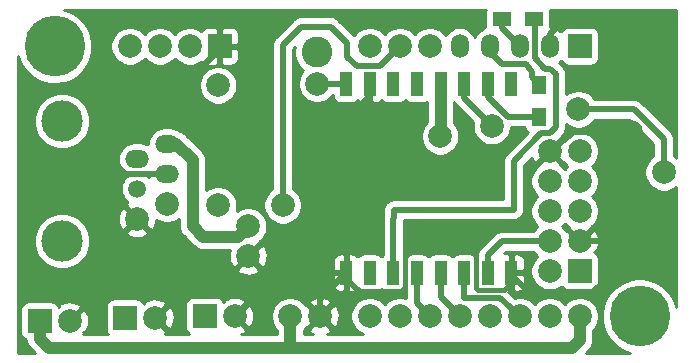
<source format=gbr>
%TF.GenerationSoftware,KiCad,Pcbnew,5.1.7-a382d34a8~87~ubuntu20.04.1*%
%TF.CreationDate,2021-02-22T15:40:43+01:00*%
%TF.ProjectId,smartyreader_ng_lora,736d6172-7479-4726-9561-6465725f6e67,rev?*%
%TF.SameCoordinates,Original*%
%TF.FileFunction,Copper,L2,Bot*%
%TF.FilePolarity,Positive*%
%FSLAX46Y46*%
G04 Gerber Fmt 4.6, Leading zero omitted, Abs format (unit mm)*
G04 Created by KiCad (PCBNEW 5.1.7-a382d34a8~87~ubuntu20.04.1) date 2021-02-22 15:40:43*
%MOMM*%
%LPD*%
G01*
G04 APERTURE LIST*
%TA.AperFunction,ComponentPad*%
%ADD10C,5.128260*%
%TD*%
%TA.AperFunction,ComponentPad*%
%ADD11C,2.600000*%
%TD*%
%TA.AperFunction,ComponentPad*%
%ADD12C,1.998980*%
%TD*%
%TA.AperFunction,ComponentPad*%
%ADD13R,1.998980X1.998980*%
%TD*%
%TA.AperFunction,SMDPad,CuDef*%
%ADD14R,1.000000X2.000000*%
%TD*%
%TA.AperFunction,SMDPad,CuDef*%
%ADD15R,1.300000X1.500000*%
%TD*%
%TA.AperFunction,SMDPad,CuDef*%
%ADD16R,1.500000X1.300000*%
%TD*%
%TA.AperFunction,ComponentPad*%
%ADD17O,1.500000X1.998980*%
%TD*%
%TA.AperFunction,ComponentPad*%
%ADD18C,1.500000*%
%TD*%
%TA.AperFunction,ComponentPad*%
%ADD19O,2.000000X1.500000*%
%TD*%
%TA.AperFunction,ComponentPad*%
%ADD20C,2.000000*%
%TD*%
%TA.AperFunction,ComponentPad*%
%ADD21C,3.500000*%
%TD*%
%TA.AperFunction,ViaPad*%
%ADD22C,2.000000*%
%TD*%
%TA.AperFunction,Conductor*%
%ADD23C,0.500000*%
%TD*%
%TA.AperFunction,Conductor*%
%ADD24C,0.400000*%
%TD*%
%TA.AperFunction,Conductor*%
%ADD25C,1.000000*%
%TD*%
%TA.AperFunction,Conductor*%
%ADD26C,0.254000*%
%TD*%
%TA.AperFunction,Conductor*%
%ADD27C,0.100000*%
%TD*%
G04 APERTURE END LIST*
D10*
%TO.P,AD1,1*%
%TO.N,N/C*%
X104140000Y-107950000D03*
%TD*%
%TO.P,AD1,1*%
%TO.N,N/C*%
X153670000Y-130810000D03*
%TD*%
D11*
%TO.P,J7,1*%
%TO.N,Net-(J6-Pad1)*%
X126365000Y-108458000D03*
%TD*%
D12*
%TO.P,C3,2*%
%TO.N,~*%
X126619000Y-130810000D03*
%TO.P,C3,1*%
%TO.N,+3.3V*%
X124079000Y-130810000D03*
%TD*%
%TO.P,C1,2*%
%TO.N,~*%
X120523000Y-125730000D03*
%TO.P,C1,1*%
%TO.N,+5V*%
X120523000Y-123190000D03*
%TD*%
%TO.P,C2,2*%
%TO.N,~*%
X112649000Y-130937000D03*
D13*
%TO.P,C2,1*%
%TO.N,+5V*%
X110109000Y-130937000D03*
%TD*%
D12*
%TO.P,R4,2*%
%TO.N,Net-(J1-Pad5)*%
X117983000Y-121412000D03*
%TO.P,R4,1*%
%TO.N,+3.3V*%
X117983000Y-111252000D03*
%TD*%
D13*
%TO.P,J3,1*%
%TO.N,N/C*%
X148590000Y-127000000D03*
D12*
%TO.P,J3,2*%
X146050000Y-127000000D03*
%TO.P,J3,3*%
%TO.N,~*%
X148590000Y-124460000D03*
%TO.P,J3,4*%
%TO.N,Net-(J3-Pad4)*%
X146050000Y-124460000D03*
%TO.P,J3,5*%
%TO.N,Net-(J3-Pad5)*%
X148590000Y-121920000D03*
%TO.P,J3,6*%
%TO.N,Net-(J3-Pad6)*%
X146050000Y-121920000D03*
%TO.P,J3,7*%
%TO.N,Net-(J3-Pad7)*%
X148590000Y-119380000D03*
%TO.P,J3,8*%
%TO.N,N/C*%
X146050000Y-119380000D03*
%TO.P,J3,9*%
%TO.N,+5V*%
X148590000Y-116840000D03*
%TO.P,J3,10*%
%TO.N,~*%
X146050000Y-116840000D03*
%TD*%
D14*
%TO.P,U1,16*%
%TO.N,N/C*%
X142810000Y-111126000D03*
%TO.P,U1,15*%
%TO.N,Net-(JP2-Pad2)*%
X140810000Y-111126000D03*
%TO.P,U1,14*%
%TO.N,Net-(J3-Pad7)*%
X138810000Y-111126000D03*
%TO.P,U1,13*%
%TO.N,+3.3V*%
X136810000Y-111126000D03*
%TO.P,U1,12*%
%TO.N,N/C*%
X134810000Y-111126000D03*
%TO.P,U1,11*%
X132810000Y-111126000D03*
%TO.P,U1,10*%
%TO.N,~*%
X130810000Y-111126000D03*
%TO.P,U1,9*%
%TO.N,Net-(J6-Pad1)*%
X128810000Y-111126000D03*
%TO.P,U1,8*%
%TO.N,~*%
X128810000Y-127126000D03*
%TO.P,U1,7*%
%TO.N,N/C*%
X130810000Y-127126000D03*
%TO.P,U1,6*%
%TO.N,Net-(JP1-Pad2)*%
X132810000Y-127126000D03*
%TO.P,U1,5*%
%TO.N,Net-(U1-Pad5)*%
X134810000Y-127126000D03*
%TO.P,U1,4*%
%TO.N,Net-(J3-Pad6)*%
X136810000Y-127126000D03*
%TO.P,U1,3*%
%TO.N,Net-(J3-Pad5)*%
X138810000Y-127126000D03*
%TO.P,U1,2*%
%TO.N,Net-(J3-Pad4)*%
X140810000Y-127126000D03*
%TO.P,U1,1*%
%TO.N,~*%
X142810000Y-127126000D03*
%TD*%
D15*
%TO.P,JP2,2*%
%TO.N,Net-(JP2-Pad2)*%
X145161000Y-113919000D03*
%TO.P,JP2,1*%
%TO.N,Net-(JP2-Pad1)*%
X145161000Y-111219000D03*
%TD*%
D16*
%TO.P,JP1,2*%
%TO.N,Net-(JP1-Pad2)*%
X144686000Y-105664000D03*
%TO.P,JP1,1*%
%TO.N,Net-(JP1-Pad1)*%
X141986000Y-105664000D03*
%TD*%
D12*
%TO.P,W1,16*%
%TO.N,+3.3V*%
X148590000Y-130810000D03*
%TO.P,W1,15*%
%TO.N,Net-(J3-Pad7)*%
X146050000Y-130810000D03*
%TO.P,W1,14*%
%TO.N,Net-(J3-Pad5)*%
X143510000Y-130810000D03*
%TO.P,W1,13*%
%TO.N,Net-(J3-Pad4)*%
X140970000Y-130810000D03*
%TO.P,W1,12*%
%TO.N,Net-(J3-Pad6)*%
X138430000Y-130810000D03*
%TO.P,W1,11*%
%TO.N,Net-(U1-Pad5)*%
X135890000Y-130810000D03*
%TO.P,W1,10*%
%TO.N,N/C*%
X133350000Y-130810000D03*
%TO.P,W1,9*%
X130810000Y-130810000D03*
D13*
%TO.P,W1,1*%
%TO.N,+5V*%
X148590000Y-107950000D03*
D17*
%TO.P,W1,2*%
%TO.N,~*%
X146050000Y-107950000D03*
%TO.P,W1,3*%
%TO.N,Net-(JP1-Pad1)*%
X143510000Y-107950000D03*
%TO.P,W1,4*%
%TO.N,Net-(JP2-Pad1)*%
X140970000Y-107950000D03*
%TO.P,W1,5*%
%TO.N,Net-(J2-Pad3)*%
X138430000Y-107950000D03*
D12*
%TO.P,W1,6*%
%TO.N,Net-(J2-Pad4)*%
X135890000Y-107950000D03*
%TO.P,W1,7*%
%TO.N,Net-(J1-Pad5)*%
X133350000Y-107950000D03*
%TO.P,W1,8*%
%TO.N,N/C*%
X130810000Y-107950000D03*
%TD*%
%TO.P,J2,4*%
%TO.N,Net-(J2-Pad4)*%
X110490000Y-107950000D03*
%TO.P,J2,3*%
%TO.N,Net-(J2-Pad3)*%
X113030000Y-107950000D03*
%TO.P,J2,2*%
%TO.N,+3.3V*%
X115570000Y-107950000D03*
D13*
%TO.P,J2,1*%
%TO.N,~*%
X118110000Y-107950000D03*
%TD*%
D12*
%TO.P,J4,2*%
%TO.N,~*%
X105410000Y-131191000D03*
D13*
%TO.P,J4,1*%
%TO.N,+3.3V*%
X102870000Y-131191000D03*
%TD*%
%TO.P,J5,1*%
%TO.N,+5V*%
X116840000Y-130810000D03*
D12*
%TO.P,J5,2*%
%TO.N,~*%
X119380000Y-130810000D03*
%TD*%
D18*
%TO.P,J1,4*%
%TO.N,N/C*%
X111125000Y-120015000D03*
D19*
%TO.P,J1,2*%
%TO.N,+5V*%
X111125000Y-117475000D03*
D20*
%TO.P,J1,6*%
%TO.N,~*%
X111125000Y-122555000D03*
D19*
%TO.P,J1,1*%
%TO.N,+5V*%
X113665000Y-116205000D03*
%TO.P,J1,3*%
%TO.N,~*%
X113665000Y-118745000D03*
D20*
%TO.P,J1,5*%
%TO.N,Net-(J1-Pad5)*%
X113665000Y-121285000D03*
D21*
%TO.P,J1,8*%
%TO.N,N/C*%
X104775000Y-124460000D03*
%TO.P,J1,7*%
X104775000Y-114300000D03*
%TD*%
D22*
%TO.N,Net-(J1-Pad5)*%
X123444000Y-121412000D03*
%TO.N,Net-(J3-Pad7)*%
X141154261Y-114700582D03*
X148491000Y-113284000D03*
X155702000Y-118618000D03*
%TO.N,~*%
X120523000Y-113030000D03*
X152908000Y-107061000D03*
X152908000Y-115189000D03*
X127635000Y-113947000D03*
%TO.N,Net-(J6-Pad1)*%
X126365000Y-111125000D03*
%TO.N,+3.3V*%
X136779000Y-115570000D03*
%TD*%
D23*
%TO.N,Net-(J1-Pad5)*%
X131699000Y-109625999D02*
X131909999Y-109390001D01*
X129710001Y-109625999D02*
X131699000Y-109625999D01*
X128905000Y-108820998D02*
X129710001Y-109625999D01*
X128905000Y-107696000D02*
X128905000Y-108820998D01*
X124968000Y-106299000D02*
X127508000Y-106299000D01*
X123444000Y-107823000D02*
X124968000Y-106299000D01*
X131909999Y-109390001D02*
X133350000Y-107950000D01*
X127508000Y-106299000D02*
X128905000Y-107696000D01*
X123444000Y-117983000D02*
X123444000Y-107823000D01*
X123444000Y-117983000D02*
X123444000Y-121412000D01*
%TO.N,Net-(J3-Pad4)*%
X140810000Y-127126000D02*
X140810000Y-125636000D01*
X141986000Y-124460000D02*
X146050000Y-124460000D01*
X140810000Y-125636000D02*
X141986000Y-124460000D01*
%TO.N,Net-(J3-Pad5)*%
X141859000Y-129286000D02*
X143510000Y-130810000D01*
X138811000Y-129286000D02*
X141859000Y-129286000D01*
X138810000Y-128142000D02*
X138811000Y-129286000D01*
X138810000Y-127126000D02*
X138810000Y-128142000D01*
%TO.N,Net-(J3-Pad6)*%
X136810000Y-129190000D02*
X138430000Y-130810000D01*
X136810000Y-127126000D02*
X136810000Y-129190000D01*
%TO.N,Net-(J3-Pad7)*%
X138810000Y-112356321D02*
X141154261Y-114700582D01*
X138810000Y-111126000D02*
X138810000Y-112356321D01*
X148491000Y-113284000D02*
X153035000Y-113284000D01*
X153035000Y-113284000D02*
X153162000Y-113284000D01*
X155702000Y-115824000D02*
X155702000Y-118618000D01*
X153162000Y-113284000D02*
X155702000Y-115824000D01*
%TO.N,~*%
X113665000Y-118745000D02*
X109347000Y-118745000D01*
X109347000Y-118745000D02*
X109220000Y-118872000D01*
X118110000Y-107950000D02*
X118110000Y-108204000D01*
X118110000Y-108204000D02*
X113284000Y-113030000D01*
X113284000Y-113030000D02*
X113284000Y-114046000D01*
X109220000Y-120650000D02*
X111125000Y-122555000D01*
X109220000Y-115316000D02*
X109220000Y-118872000D01*
X109220000Y-118872000D02*
X109220000Y-120650000D01*
X110490000Y-114046000D02*
X109220000Y-115316000D01*
X113792000Y-114046000D02*
X113284000Y-114046000D01*
X113284000Y-114046000D02*
X110490000Y-114046000D01*
X114808000Y-115062000D02*
X113792000Y-114046000D01*
X119380000Y-115062000D02*
X114808000Y-115062000D01*
X119634000Y-115316000D02*
X119380000Y-115062000D01*
X119634000Y-113919000D02*
X120523000Y-113030000D01*
X119634000Y-115316000D02*
X119634000Y-113919000D01*
X148082000Y-115189000D02*
X149479000Y-115189000D01*
X146050000Y-116840000D02*
X148082000Y-115189000D01*
X149606000Y-124460000D02*
X148590000Y-124460000D01*
X152908000Y-115189000D02*
X152908000Y-124460000D01*
X149479000Y-115189000D02*
X152908000Y-115189000D01*
X126619000Y-130810000D02*
X126619000Y-129317000D01*
X119380000Y-130810000D02*
X121666000Y-128524000D01*
X126746000Y-128524000D02*
X127079000Y-128857000D01*
X121666000Y-128524000D02*
X126746000Y-128524000D01*
X127079000Y-128857000D02*
X128810000Y-127126000D01*
X126619000Y-129317000D02*
X127079000Y-128857000D01*
X146050000Y-107950000D02*
X146050000Y-106934000D01*
X146050000Y-106934000D02*
X147447000Y-105537000D01*
X147447000Y-105537000D02*
X150876000Y-105537000D01*
X151384000Y-105537000D02*
X152908000Y-107061000D01*
X150876000Y-105537000D02*
X151384000Y-105537000D01*
X129049213Y-113947000D02*
X130810000Y-112186213D01*
X130810000Y-112186213D02*
X130810000Y-111126000D01*
X127635000Y-113947000D02*
X129049213Y-113947000D01*
X121666000Y-126873000D02*
X120523000Y-125730000D01*
X121666000Y-128524000D02*
X121666000Y-126873000D01*
X152781000Y-124460000D02*
X149606000Y-124460000D01*
X152908000Y-124460000D02*
X152781000Y-124460000D01*
X152908000Y-125707982D02*
X152908000Y-124460000D01*
X149710982Y-128778000D02*
X152908000Y-125707982D01*
X144272000Y-128778000D02*
X149710982Y-128778000D01*
X142810000Y-127316000D02*
X144272000Y-128778000D01*
X142810000Y-127126000D02*
X142810000Y-127316000D01*
X128810000Y-127626000D02*
X129962000Y-128778000D01*
X128810000Y-127126000D02*
X128810000Y-127626000D01*
X133558002Y-128778000D02*
X133810001Y-128526001D01*
X129962000Y-128778000D02*
X133558002Y-128778000D01*
D24*
X134239000Y-125349000D02*
X133810001Y-125777999D01*
X139827000Y-125730000D02*
X139446000Y-125349000D01*
X139959988Y-128585990D02*
X139827000Y-128453002D01*
X139827000Y-128453002D02*
X139827000Y-125730000D01*
X142148953Y-128585990D02*
X139959988Y-128585990D01*
X133810001Y-125777999D02*
X133810001Y-128526001D01*
X142810000Y-127954000D02*
X142163481Y-128600518D01*
X139446000Y-125349000D02*
X134239000Y-125349000D01*
X142163481Y-128600518D02*
X142148953Y-128585990D01*
X142810000Y-127126000D02*
X142810000Y-127954000D01*
D23*
%TO.N,Net-(J6-Pad1)*%
X128809000Y-111125000D02*
X128810000Y-111126000D01*
X126365000Y-111125000D02*
X128809000Y-111125000D01*
%TO.N,Net-(JP1-Pad2)*%
X132810000Y-126725998D02*
X132810000Y-127126000D01*
X143002000Y-121793000D02*
X132842000Y-121793000D01*
X132842000Y-121793000D02*
X132791200Y-123215400D01*
X143002000Y-117668752D02*
X143002000Y-121793000D01*
X145354752Y-115316000D02*
X143002000Y-117668752D01*
X146064002Y-115316000D02*
X145354752Y-115316000D01*
X146558000Y-110315998D02*
X146558000Y-114822002D01*
X146097002Y-109855000D02*
X146558000Y-110315998D01*
X146558000Y-114822002D02*
X146064002Y-115316000D01*
X145669000Y-109855000D02*
X146097002Y-109855000D01*
X144780000Y-108966000D02*
X145669000Y-109855000D01*
X132791200Y-123215400D02*
X132810000Y-126725998D01*
X144780000Y-105791000D02*
X144780000Y-108966000D01*
%TO.N,Net-(JP1-Pad1)*%
X141986000Y-106426000D02*
X143510000Y-107950000D01*
X141986000Y-105664000D02*
X141986000Y-106426000D01*
%TO.N,Net-(JP2-Pad2)*%
X142494000Y-113919000D02*
X144145000Y-113919000D01*
X140843000Y-112268000D02*
X142494000Y-113919000D01*
X140843000Y-111318000D02*
X140843000Y-112268000D01*
X140810000Y-111285000D02*
X140843000Y-111318000D01*
X140810000Y-111126000D02*
X140810000Y-111285000D01*
X144145000Y-113919000D02*
X145161000Y-113919000D01*
%TO.N,Net-(JP2-Pad1)*%
X144051000Y-109474000D02*
X144526000Y-110109000D01*
X140970000Y-108458000D02*
X141986000Y-109474000D01*
X141986000Y-109474000D02*
X144051000Y-109474000D01*
X140970000Y-107950000D02*
X140970000Y-108458000D01*
X144526000Y-110584000D02*
X145161000Y-111219000D01*
X144526000Y-110109000D02*
X144526000Y-110584000D01*
%TO.N,Net-(U1-Pad5)*%
X134810000Y-129730000D02*
X135890000Y-130810000D01*
X134810000Y-127126000D02*
X134810000Y-129730000D01*
D25*
%TO.N,+5V*%
X116713000Y-124079000D02*
X115824000Y-123190000D01*
X115824000Y-123190000D02*
X115824000Y-117602000D01*
X114427000Y-116205000D02*
X113665000Y-116205000D01*
X115824000Y-117602000D02*
X114427000Y-116205000D01*
X119634000Y-124079000D02*
X120523000Y-123190000D01*
X116713000Y-124079000D02*
X119634000Y-124079000D01*
%TO.N,+3.3V*%
X103632000Y-133477000D02*
X102870000Y-132715000D01*
X102870000Y-132715000D02*
X102870000Y-131191000D01*
X148590000Y-132842000D02*
X147955000Y-133477000D01*
X148590000Y-130810000D02*
X148590000Y-132842000D01*
X124079000Y-133350000D02*
X124206000Y-133477000D01*
X124079000Y-130810000D02*
X124079000Y-133350000D01*
X124206000Y-133477000D02*
X103632000Y-133477000D01*
X147955000Y-133477000D02*
X124206000Y-133477000D01*
X136810000Y-115539000D02*
X136779000Y-115570000D01*
X136810000Y-111126000D02*
X136810000Y-115539000D01*
%TD*%
D26*
%TO.N,~*%
X140610188Y-104889518D02*
X140597928Y-105014000D01*
X140597928Y-106314000D01*
X140602906Y-106364546D01*
X140437420Y-106414746D01*
X140196813Y-106543353D01*
X139985920Y-106716429D01*
X139812843Y-106927322D01*
X139700000Y-107138437D01*
X139587157Y-106927322D01*
X139414081Y-106716429D01*
X139203188Y-106543353D01*
X138962581Y-106414746D01*
X138701507Y-106335550D01*
X138430000Y-106308809D01*
X138158494Y-106335550D01*
X137897420Y-106414746D01*
X137656813Y-106543353D01*
X137445920Y-106716429D01*
X137272843Y-106927322D01*
X137228227Y-107010793D01*
X137159592Y-106908073D01*
X136931927Y-106680408D01*
X136664222Y-106501533D01*
X136366763Y-106378322D01*
X136050983Y-106315510D01*
X135729017Y-106315510D01*
X135413237Y-106378322D01*
X135115778Y-106501533D01*
X134848073Y-106680408D01*
X134620408Y-106908073D01*
X134620000Y-106908684D01*
X134619592Y-106908073D01*
X134391927Y-106680408D01*
X134124222Y-106501533D01*
X133826763Y-106378322D01*
X133510983Y-106315510D01*
X133189017Y-106315510D01*
X132873237Y-106378322D01*
X132575778Y-106501533D01*
X132308073Y-106680408D01*
X132080408Y-106908073D01*
X132080000Y-106908684D01*
X132079592Y-106908073D01*
X131851927Y-106680408D01*
X131584222Y-106501533D01*
X131286763Y-106378322D01*
X130970983Y-106315510D01*
X130649017Y-106315510D01*
X130333237Y-106378322D01*
X130035778Y-106501533D01*
X129768073Y-106680408D01*
X129540408Y-106908073D01*
X129471612Y-107011033D01*
X128164534Y-105703956D01*
X128136817Y-105670183D01*
X128002059Y-105559589D01*
X127848313Y-105477411D01*
X127681490Y-105426805D01*
X127551477Y-105414000D01*
X127551469Y-105414000D01*
X127508000Y-105409719D01*
X127464531Y-105414000D01*
X125011465Y-105414000D01*
X124967999Y-105409719D01*
X124924533Y-105414000D01*
X124924523Y-105414000D01*
X124794510Y-105426805D01*
X124627687Y-105477411D01*
X124473941Y-105559589D01*
X124473939Y-105559590D01*
X124473940Y-105559590D01*
X124372953Y-105642468D01*
X124372951Y-105642470D01*
X124339183Y-105670183D01*
X124311470Y-105703951D01*
X122848951Y-107166471D01*
X122815184Y-107194183D01*
X122787471Y-107227951D01*
X122787468Y-107227954D01*
X122704590Y-107328941D01*
X122622412Y-107482687D01*
X122571805Y-107649510D01*
X122554719Y-107823000D01*
X122559001Y-107866479D01*
X122559000Y-117939523D01*
X122559000Y-117939524D01*
X122559001Y-120036940D01*
X122401748Y-120142013D01*
X122174013Y-120369748D01*
X121995082Y-120637537D01*
X121871832Y-120935088D01*
X121809000Y-121250967D01*
X121809000Y-121573033D01*
X121871832Y-121888912D01*
X121995082Y-122186463D01*
X122174013Y-122454252D01*
X122401748Y-122681987D01*
X122669537Y-122860918D01*
X122967088Y-122984168D01*
X123282967Y-123047000D01*
X123605033Y-123047000D01*
X123920912Y-122984168D01*
X124218463Y-122860918D01*
X124486252Y-122681987D01*
X124713987Y-122454252D01*
X124892918Y-122186463D01*
X125016168Y-121888912D01*
X125079000Y-121573033D01*
X125079000Y-121250967D01*
X125016168Y-120935088D01*
X124892918Y-120637537D01*
X124713987Y-120369748D01*
X124486252Y-120142013D01*
X124329000Y-120036941D01*
X124329000Y-108189578D01*
X124474407Y-108044172D01*
X124430000Y-108267419D01*
X124430000Y-108648581D01*
X124504361Y-109022419D01*
X124650225Y-109374566D01*
X124861987Y-109691491D01*
X125131509Y-109961013D01*
X125182606Y-109995155D01*
X125095013Y-110082748D01*
X124916082Y-110350537D01*
X124792832Y-110648088D01*
X124730000Y-110963967D01*
X124730000Y-111286033D01*
X124792832Y-111601912D01*
X124916082Y-111899463D01*
X125095013Y-112167252D01*
X125322748Y-112394987D01*
X125590537Y-112573918D01*
X125888088Y-112697168D01*
X126203967Y-112760000D01*
X126526033Y-112760000D01*
X126841912Y-112697168D01*
X127139463Y-112573918D01*
X127407252Y-112394987D01*
X127634987Y-112167252D01*
X127671928Y-112111966D01*
X127671928Y-112126000D01*
X127684188Y-112250482D01*
X127720498Y-112370180D01*
X127779463Y-112480494D01*
X127858815Y-112577185D01*
X127955506Y-112656537D01*
X128065820Y-112715502D01*
X128185518Y-112751812D01*
X128310000Y-112764072D01*
X129310000Y-112764072D01*
X129434482Y-112751812D01*
X129554180Y-112715502D01*
X129664494Y-112656537D01*
X129761185Y-112577185D01*
X129810000Y-112517704D01*
X129858815Y-112577185D01*
X129955506Y-112656537D01*
X130065820Y-112715502D01*
X130185518Y-112751812D01*
X130310000Y-112764072D01*
X130524250Y-112761000D01*
X130683000Y-112602250D01*
X130683000Y-111253000D01*
X130663000Y-111253000D01*
X130663000Y-110999000D01*
X130683000Y-110999000D01*
X130683000Y-110979000D01*
X130937000Y-110979000D01*
X130937000Y-110999000D01*
X130957000Y-110999000D01*
X130957000Y-111253000D01*
X130937000Y-111253000D01*
X130937000Y-112602250D01*
X131095750Y-112761000D01*
X131310000Y-112764072D01*
X131434482Y-112751812D01*
X131554180Y-112715502D01*
X131664494Y-112656537D01*
X131761185Y-112577185D01*
X131810000Y-112517704D01*
X131858815Y-112577185D01*
X131955506Y-112656537D01*
X132065820Y-112715502D01*
X132185518Y-112751812D01*
X132310000Y-112764072D01*
X133310000Y-112764072D01*
X133434482Y-112751812D01*
X133554180Y-112715502D01*
X133664494Y-112656537D01*
X133761185Y-112577185D01*
X133810000Y-112517704D01*
X133858815Y-112577185D01*
X133955506Y-112656537D01*
X134065820Y-112715502D01*
X134185518Y-112751812D01*
X134310000Y-112764072D01*
X135310000Y-112764072D01*
X135434482Y-112751812D01*
X135554180Y-112715502D01*
X135664494Y-112656537D01*
X135675000Y-112647915D01*
X135675001Y-114361760D01*
X135509013Y-114527748D01*
X135330082Y-114795537D01*
X135206832Y-115093088D01*
X135144000Y-115408967D01*
X135144000Y-115731033D01*
X135206832Y-116046912D01*
X135330082Y-116344463D01*
X135509013Y-116612252D01*
X135736748Y-116839987D01*
X136004537Y-117018918D01*
X136302088Y-117142168D01*
X136617967Y-117205000D01*
X136940033Y-117205000D01*
X137255912Y-117142168D01*
X137553463Y-117018918D01*
X137821252Y-116839987D01*
X138048987Y-116612252D01*
X138227918Y-116344463D01*
X138351168Y-116046912D01*
X138414000Y-115731033D01*
X138414000Y-115408967D01*
X138351168Y-115093088D01*
X138227918Y-114795537D01*
X138048987Y-114527748D01*
X137945000Y-114423761D01*
X137945000Y-112647915D01*
X137955506Y-112656537D01*
X137980263Y-112669770D01*
X137988412Y-112696634D01*
X138070590Y-112850380D01*
X138153468Y-112951367D01*
X138153471Y-112951370D01*
X138181184Y-112985138D01*
X138214951Y-113012850D01*
X139556157Y-114354057D01*
X139519261Y-114539549D01*
X139519261Y-114861615D01*
X139582093Y-115177494D01*
X139705343Y-115475045D01*
X139884274Y-115742834D01*
X140112009Y-115970569D01*
X140379798Y-116149500D01*
X140677349Y-116272750D01*
X140993228Y-116335582D01*
X141315294Y-116335582D01*
X141631173Y-116272750D01*
X141928724Y-116149500D01*
X142196513Y-115970569D01*
X142424248Y-115742834D01*
X142603179Y-115475045D01*
X142726429Y-115177494D01*
X142789261Y-114861615D01*
X142789261Y-114804000D01*
X143888379Y-114804000D01*
X143921498Y-114913180D01*
X143980463Y-115023494D01*
X144059815Y-115120185D01*
X144156506Y-115199537D01*
X144197646Y-115221527D01*
X142406956Y-117012218D01*
X142373183Y-117039935D01*
X142262589Y-117174694D01*
X142180411Y-117328440D01*
X142129805Y-117495263D01*
X142117000Y-117625276D01*
X142117000Y-117625283D01*
X142112719Y-117668752D01*
X142117000Y-117712221D01*
X142117001Y-120908000D01*
X132901324Y-120908000D01*
X132873739Y-120904285D01*
X132814352Y-120908000D01*
X132798523Y-120908000D01*
X132770967Y-120910714D01*
X132699751Y-120915169D01*
X132684361Y-120919244D01*
X132668510Y-120920805D01*
X132600193Y-120941529D01*
X132531228Y-120959789D01*
X132516930Y-120966787D01*
X132501687Y-120971411D01*
X132438730Y-121005062D01*
X132374647Y-121036427D01*
X132361989Y-121046080D01*
X132347941Y-121053589D01*
X132292749Y-121098884D01*
X132236028Y-121142141D01*
X132225498Y-121154077D01*
X132213183Y-121164183D01*
X132167901Y-121219358D01*
X132120694Y-121272865D01*
X132112692Y-121286631D01*
X132102589Y-121298941D01*
X132068943Y-121361888D01*
X132033081Y-121423580D01*
X132027918Y-121438642D01*
X132020411Y-121452687D01*
X131999693Y-121520983D01*
X131976553Y-121588491D01*
X131974428Y-121604271D01*
X131969805Y-121619510D01*
X131962809Y-121690543D01*
X131959116Y-121717964D01*
X131958551Y-121733771D01*
X131952718Y-121793000D01*
X131955447Y-121820705D01*
X131907668Y-123158535D01*
X131905980Y-123176663D01*
X131906116Y-123201988D01*
X131905213Y-123227262D01*
X131906348Y-123245409D01*
X131919093Y-125625346D01*
X131858815Y-125674815D01*
X131810000Y-125734296D01*
X131761185Y-125674815D01*
X131664494Y-125595463D01*
X131554180Y-125536498D01*
X131434482Y-125500188D01*
X131310000Y-125487928D01*
X130310000Y-125487928D01*
X130185518Y-125500188D01*
X130065820Y-125536498D01*
X129955506Y-125595463D01*
X129858815Y-125674815D01*
X129810000Y-125734296D01*
X129761185Y-125674815D01*
X129664494Y-125595463D01*
X129554180Y-125536498D01*
X129434482Y-125500188D01*
X129310000Y-125487928D01*
X129095750Y-125491000D01*
X128937000Y-125649750D01*
X128937000Y-126999000D01*
X128957000Y-126999000D01*
X128957000Y-127253000D01*
X128937000Y-127253000D01*
X128937000Y-128602250D01*
X129095750Y-128761000D01*
X129310000Y-128764072D01*
X129434482Y-128751812D01*
X129554180Y-128715502D01*
X129664494Y-128656537D01*
X129761185Y-128577185D01*
X129810000Y-128517704D01*
X129858815Y-128577185D01*
X129955506Y-128656537D01*
X130065820Y-128715502D01*
X130185518Y-128751812D01*
X130310000Y-128764072D01*
X131310000Y-128764072D01*
X131434482Y-128751812D01*
X131554180Y-128715502D01*
X131664494Y-128656537D01*
X131761185Y-128577185D01*
X131810000Y-128517704D01*
X131858815Y-128577185D01*
X131955506Y-128656537D01*
X132065820Y-128715502D01*
X132185518Y-128751812D01*
X132310000Y-128764072D01*
X133310000Y-128764072D01*
X133434482Y-128751812D01*
X133554180Y-128715502D01*
X133664494Y-128656537D01*
X133761185Y-128577185D01*
X133810000Y-128517704D01*
X133858815Y-128577185D01*
X133925001Y-128631502D01*
X133925001Y-129279013D01*
X133826763Y-129238322D01*
X133510983Y-129175510D01*
X133189017Y-129175510D01*
X132873237Y-129238322D01*
X132575778Y-129361533D01*
X132308073Y-129540408D01*
X132080408Y-129768073D01*
X132080000Y-129768684D01*
X132079592Y-129768073D01*
X131851927Y-129540408D01*
X131584222Y-129361533D01*
X131286763Y-129238322D01*
X130970983Y-129175510D01*
X130649017Y-129175510D01*
X130333237Y-129238322D01*
X130035778Y-129361533D01*
X129768073Y-129540408D01*
X129540408Y-129768073D01*
X129361533Y-130035778D01*
X129238322Y-130333237D01*
X129175510Y-130649017D01*
X129175510Y-130970983D01*
X129238322Y-131286763D01*
X129361533Y-131584222D01*
X129540408Y-131851927D01*
X129768073Y-132079592D01*
X130035778Y-132258467D01*
X130237445Y-132342000D01*
X127190044Y-132342000D01*
X127304911Y-132302314D01*
X127478742Y-132209399D01*
X127574445Y-131945050D01*
X126619000Y-130989605D01*
X125663555Y-131945050D01*
X125759258Y-132209399D01*
X126031852Y-132342000D01*
X125214000Y-132342000D01*
X125214000Y-131986519D01*
X125348592Y-131851927D01*
X125421487Y-131742831D01*
X125483950Y-131765445D01*
X126439395Y-130810000D01*
X126798605Y-130810000D01*
X127754050Y-131765445D01*
X128018399Y-131669742D01*
X128159238Y-131380213D01*
X128240885Y-131068771D01*
X128260205Y-130747385D01*
X128216454Y-130428405D01*
X128111314Y-130124089D01*
X128018399Y-129950258D01*
X127754050Y-129854555D01*
X126798605Y-130810000D01*
X126439395Y-130810000D01*
X125483950Y-129854555D01*
X125421487Y-129877169D01*
X125348592Y-129768073D01*
X125255469Y-129674950D01*
X125663555Y-129674950D01*
X126619000Y-130630395D01*
X127574445Y-129674950D01*
X127478742Y-129410601D01*
X127189213Y-129269762D01*
X126877771Y-129188115D01*
X126556385Y-129168795D01*
X126237405Y-129212546D01*
X125933089Y-129317686D01*
X125759258Y-129410601D01*
X125663555Y-129674950D01*
X125255469Y-129674950D01*
X125120927Y-129540408D01*
X124853222Y-129361533D01*
X124555763Y-129238322D01*
X124239983Y-129175510D01*
X123918017Y-129175510D01*
X123602237Y-129238322D01*
X123304778Y-129361533D01*
X123037073Y-129540408D01*
X122809408Y-129768073D01*
X122630533Y-130035778D01*
X122507322Y-130333237D01*
X122444510Y-130649017D01*
X122444510Y-130970983D01*
X122507322Y-131286763D01*
X122630533Y-131584222D01*
X122809408Y-131851927D01*
X122944000Y-131986519D01*
X122944001Y-132342000D01*
X119951044Y-132342000D01*
X120065911Y-132302314D01*
X120239742Y-132209399D01*
X120335445Y-131945050D01*
X119380000Y-130989605D01*
X119365858Y-131003748D01*
X119186253Y-130824143D01*
X119200395Y-130810000D01*
X119559605Y-130810000D01*
X120515050Y-131765445D01*
X120779399Y-131669742D01*
X120920238Y-131380213D01*
X121001885Y-131068771D01*
X121021205Y-130747385D01*
X120977454Y-130428405D01*
X120872314Y-130124089D01*
X120779399Y-129950258D01*
X120515050Y-129854555D01*
X119559605Y-130810000D01*
X119200395Y-130810000D01*
X119186253Y-130795858D01*
X119365858Y-130616253D01*
X119380000Y-130630395D01*
X120335445Y-129674950D01*
X120239742Y-129410601D01*
X119950213Y-129269762D01*
X119638771Y-129188115D01*
X119317385Y-129168795D01*
X118998405Y-129212546D01*
X118694089Y-129317686D01*
X118520258Y-129410601D01*
X118444897Y-129618762D01*
X118428992Y-129566330D01*
X118370027Y-129456016D01*
X118290675Y-129359325D01*
X118193984Y-129279973D01*
X118083670Y-129221008D01*
X117963972Y-129184698D01*
X117839490Y-129172438D01*
X115840510Y-129172438D01*
X115716028Y-129184698D01*
X115596330Y-129221008D01*
X115486016Y-129279973D01*
X115389325Y-129359325D01*
X115309973Y-129456016D01*
X115251008Y-129566330D01*
X115214698Y-129686028D01*
X115202438Y-129810510D01*
X115202438Y-131809490D01*
X115214698Y-131933972D01*
X115251008Y-132053670D01*
X115309973Y-132163984D01*
X115389325Y-132260675D01*
X115486016Y-132340027D01*
X115489707Y-132342000D01*
X113498263Y-132342000D01*
X113508742Y-132336399D01*
X113604445Y-132072050D01*
X112649000Y-131116605D01*
X112634858Y-131130748D01*
X112455253Y-130951143D01*
X112469395Y-130937000D01*
X112828605Y-130937000D01*
X113784050Y-131892445D01*
X114048399Y-131796742D01*
X114189238Y-131507213D01*
X114270885Y-131195771D01*
X114290205Y-130874385D01*
X114246454Y-130555405D01*
X114141314Y-130251089D01*
X114048399Y-130077258D01*
X113784050Y-129981555D01*
X112828605Y-130937000D01*
X112469395Y-130937000D01*
X112455253Y-130922858D01*
X112634858Y-130743253D01*
X112649000Y-130757395D01*
X113604445Y-129801950D01*
X113508742Y-129537601D01*
X113219213Y-129396762D01*
X112907771Y-129315115D01*
X112586385Y-129295795D01*
X112267405Y-129339546D01*
X111963089Y-129444686D01*
X111789258Y-129537601D01*
X111713897Y-129745762D01*
X111697992Y-129693330D01*
X111639027Y-129583016D01*
X111559675Y-129486325D01*
X111462984Y-129406973D01*
X111352670Y-129348008D01*
X111232972Y-129311698D01*
X111108490Y-129299438D01*
X109109510Y-129299438D01*
X108985028Y-129311698D01*
X108865330Y-129348008D01*
X108755016Y-129406973D01*
X108658325Y-129486325D01*
X108578973Y-129583016D01*
X108520008Y-129693330D01*
X108483698Y-129813028D01*
X108471438Y-129937510D01*
X108471438Y-131936490D01*
X108483698Y-132060972D01*
X108520008Y-132180670D01*
X108578973Y-132290984D01*
X108620841Y-132342000D01*
X106580834Y-132342000D01*
X106660721Y-132262113D01*
X106545052Y-132146444D01*
X106809399Y-132050742D01*
X106950238Y-131761213D01*
X107031885Y-131449771D01*
X107051205Y-131128385D01*
X107007454Y-130809405D01*
X106902314Y-130505089D01*
X106809399Y-130331258D01*
X106545050Y-130235555D01*
X105589605Y-131191000D01*
X105603748Y-131205143D01*
X105424143Y-131384748D01*
X105410000Y-131370605D01*
X105395858Y-131384748D01*
X105216253Y-131205143D01*
X105230395Y-131191000D01*
X105216253Y-131176858D01*
X105395858Y-130997253D01*
X105410000Y-131011395D01*
X106365445Y-130055950D01*
X106269742Y-129791601D01*
X105980213Y-129650762D01*
X105668771Y-129569115D01*
X105347385Y-129549795D01*
X105028405Y-129593546D01*
X104724089Y-129698686D01*
X104550258Y-129791601D01*
X104474897Y-129999762D01*
X104458992Y-129947330D01*
X104400027Y-129837016D01*
X104320675Y-129740325D01*
X104223984Y-129660973D01*
X104113670Y-129602008D01*
X103993972Y-129565698D01*
X103869490Y-129553438D01*
X101870510Y-129553438D01*
X101746028Y-129565698D01*
X101626330Y-129602008D01*
X101516016Y-129660973D01*
X101419325Y-129740325D01*
X101339973Y-129837016D01*
X101281008Y-129947330D01*
X101244698Y-130067028D01*
X101232438Y-130191510D01*
X101232438Y-132190490D01*
X101244698Y-132314972D01*
X101281008Y-132434670D01*
X101339973Y-132544984D01*
X101419325Y-132641675D01*
X101516016Y-132721027D01*
X101626330Y-132779992D01*
X101739285Y-132814256D01*
X101751423Y-132937498D01*
X101816324Y-133151446D01*
X101921716Y-133348623D01*
X102063551Y-133521449D01*
X102106864Y-133556995D01*
X102459868Y-133910000D01*
X101040000Y-133910000D01*
X101040000Y-128126000D01*
X127671928Y-128126000D01*
X127684188Y-128250482D01*
X127720498Y-128370180D01*
X127779463Y-128480494D01*
X127858815Y-128577185D01*
X127955506Y-128656537D01*
X128065820Y-128715502D01*
X128185518Y-128751812D01*
X128310000Y-128764072D01*
X128524250Y-128761000D01*
X128683000Y-128602250D01*
X128683000Y-127253000D01*
X127833750Y-127253000D01*
X127675000Y-127411750D01*
X127671928Y-128126000D01*
X101040000Y-128126000D01*
X101040000Y-126865050D01*
X119567555Y-126865050D01*
X119663258Y-127129399D01*
X119952787Y-127270238D01*
X120264229Y-127351885D01*
X120585615Y-127371205D01*
X120904595Y-127327454D01*
X121208911Y-127222314D01*
X121382742Y-127129399D01*
X121478445Y-126865050D01*
X120523000Y-125909605D01*
X119567555Y-126865050D01*
X101040000Y-126865050D01*
X101040000Y-124225098D01*
X102390000Y-124225098D01*
X102390000Y-124694902D01*
X102481654Y-125155679D01*
X102661440Y-125589721D01*
X102922450Y-125980349D01*
X103254651Y-126312550D01*
X103645279Y-126573560D01*
X104079321Y-126753346D01*
X104540098Y-126845000D01*
X105009902Y-126845000D01*
X105470679Y-126753346D01*
X105904721Y-126573560D01*
X106295349Y-126312550D01*
X106627550Y-125980349D01*
X106888560Y-125589721D01*
X107068346Y-125155679D01*
X107160000Y-124694902D01*
X107160000Y-124225098D01*
X107068346Y-123764321D01*
X107037733Y-123690413D01*
X110169192Y-123690413D01*
X110264956Y-123954814D01*
X110554571Y-124095704D01*
X110866108Y-124177384D01*
X111187595Y-124196718D01*
X111506675Y-124152961D01*
X111811088Y-124047795D01*
X111985044Y-123954814D01*
X112080808Y-123690413D01*
X111125000Y-122734605D01*
X110169192Y-123690413D01*
X107037733Y-123690413D01*
X106888560Y-123330279D01*
X106627550Y-122939651D01*
X106305494Y-122617595D01*
X109483282Y-122617595D01*
X109527039Y-122936675D01*
X109632205Y-123241088D01*
X109725186Y-123415044D01*
X109989587Y-123510808D01*
X110945395Y-122555000D01*
X109989587Y-121599192D01*
X109725186Y-121694956D01*
X109584296Y-121984571D01*
X109502616Y-122296108D01*
X109483282Y-122617595D01*
X106305494Y-122617595D01*
X106295349Y-122607450D01*
X105904721Y-122346440D01*
X105470679Y-122166654D01*
X105009902Y-122075000D01*
X104540098Y-122075000D01*
X104079321Y-122166654D01*
X103645279Y-122346440D01*
X103254651Y-122607450D01*
X102922450Y-122939651D01*
X102661440Y-123330279D01*
X102481654Y-123764321D01*
X102390000Y-124225098D01*
X101040000Y-124225098D01*
X101040000Y-117475000D01*
X109483299Y-117475000D01*
X109510040Y-117746507D01*
X109589236Y-118007581D01*
X109717843Y-118248188D01*
X109890919Y-118459081D01*
X110101812Y-118632157D01*
X110342419Y-118760764D01*
X110457099Y-118795552D01*
X110242114Y-118939201D01*
X110049201Y-119132114D01*
X109897629Y-119358957D01*
X109793225Y-119611011D01*
X109740000Y-119878589D01*
X109740000Y-120151411D01*
X109793225Y-120418989D01*
X109897629Y-120671043D01*
X110049201Y-120897886D01*
X110242114Y-121090799D01*
X110305801Y-121133354D01*
X110264956Y-121155186D01*
X110169192Y-121419587D01*
X111125000Y-122375395D01*
X111139143Y-122361253D01*
X111318748Y-122540858D01*
X111304605Y-122555000D01*
X112260413Y-123510808D01*
X112524814Y-123415044D01*
X112665704Y-123125429D01*
X112747384Y-122813892D01*
X112757538Y-122645051D01*
X112890537Y-122733918D01*
X113188088Y-122857168D01*
X113503967Y-122920000D01*
X113826033Y-122920000D01*
X114141912Y-122857168D01*
X114439463Y-122733918D01*
X114689000Y-122567183D01*
X114689000Y-123134248D01*
X114683509Y-123190000D01*
X114689000Y-123245751D01*
X114705423Y-123412498D01*
X114770324Y-123626446D01*
X114875716Y-123823623D01*
X115017551Y-123996449D01*
X115060864Y-124031995D01*
X115871008Y-124842140D01*
X115906551Y-124885449D01*
X115990154Y-124954060D01*
X116079377Y-125027284D01*
X116276553Y-125132676D01*
X116490501Y-125197577D01*
X116713000Y-125219491D01*
X116768752Y-125214000D01*
X118968550Y-125214000D01*
X118901115Y-125471229D01*
X118881795Y-125792615D01*
X118925546Y-126111595D01*
X119030686Y-126415911D01*
X119123601Y-126589742D01*
X119387950Y-126685445D01*
X120343395Y-125730000D01*
X120702605Y-125730000D01*
X121658050Y-126685445D01*
X121922399Y-126589742D01*
X122063238Y-126300213D01*
X122108909Y-126126000D01*
X127671928Y-126126000D01*
X127675000Y-126840250D01*
X127833750Y-126999000D01*
X128683000Y-126999000D01*
X128683000Y-125649750D01*
X128524250Y-125491000D01*
X128310000Y-125487928D01*
X128185518Y-125500188D01*
X128065820Y-125536498D01*
X127955506Y-125595463D01*
X127858815Y-125674815D01*
X127779463Y-125771506D01*
X127720498Y-125881820D01*
X127684188Y-126001518D01*
X127671928Y-126126000D01*
X122108909Y-126126000D01*
X122144885Y-125988771D01*
X122164205Y-125667385D01*
X122120454Y-125348405D01*
X122015314Y-125044089D01*
X121922399Y-124870258D01*
X121658050Y-124774555D01*
X120702605Y-125730000D01*
X120343395Y-125730000D01*
X120329253Y-125715858D01*
X120508858Y-125536253D01*
X120523000Y-125550395D01*
X121478445Y-124594950D01*
X121455831Y-124532487D01*
X121564927Y-124459592D01*
X121792592Y-124231927D01*
X121971467Y-123964222D01*
X122094678Y-123666763D01*
X122157490Y-123350983D01*
X122157490Y-123029017D01*
X122094678Y-122713237D01*
X121971467Y-122415778D01*
X121792592Y-122148073D01*
X121564927Y-121920408D01*
X121297222Y-121741533D01*
X120999763Y-121618322D01*
X120683983Y-121555510D01*
X120362017Y-121555510D01*
X120046237Y-121618322D01*
X119748778Y-121741533D01*
X119558701Y-121868539D01*
X119617490Y-121572983D01*
X119617490Y-121251017D01*
X119554678Y-120935237D01*
X119431467Y-120637778D01*
X119252592Y-120370073D01*
X119024927Y-120142408D01*
X118757222Y-119963533D01*
X118459763Y-119840322D01*
X118143983Y-119777510D01*
X117822017Y-119777510D01*
X117506237Y-119840322D01*
X117208778Y-119963533D01*
X116959000Y-120130430D01*
X116959000Y-117657741D01*
X116964490Y-117601999D01*
X116959000Y-117546257D01*
X116959000Y-117546248D01*
X116942577Y-117379501D01*
X116877676Y-117165553D01*
X116772284Y-116968377D01*
X116630449Y-116795551D01*
X116587140Y-116760008D01*
X115268996Y-115441865D01*
X115233449Y-115398551D01*
X115060623Y-115256716D01*
X114863447Y-115151324D01*
X114785449Y-115127663D01*
X114688188Y-115047843D01*
X114447581Y-114919236D01*
X114186507Y-114840040D01*
X113983037Y-114820000D01*
X113346963Y-114820000D01*
X113143493Y-114840040D01*
X112882419Y-114919236D01*
X112641812Y-115047843D01*
X112430919Y-115220919D01*
X112257843Y-115431812D01*
X112129236Y-115672419D01*
X112050040Y-115933493D01*
X112023299Y-116205000D01*
X112028091Y-116253650D01*
X111907581Y-116189236D01*
X111646507Y-116110040D01*
X111443037Y-116090000D01*
X110806963Y-116090000D01*
X110603493Y-116110040D01*
X110342419Y-116189236D01*
X110101812Y-116317843D01*
X109890919Y-116490919D01*
X109717843Y-116701812D01*
X109589236Y-116942419D01*
X109510040Y-117203493D01*
X109483299Y-117475000D01*
X101040000Y-117475000D01*
X101040000Y-114065098D01*
X102390000Y-114065098D01*
X102390000Y-114534902D01*
X102481654Y-114995679D01*
X102661440Y-115429721D01*
X102922450Y-115820349D01*
X103254651Y-116152550D01*
X103645279Y-116413560D01*
X104079321Y-116593346D01*
X104540098Y-116685000D01*
X105009902Y-116685000D01*
X105470679Y-116593346D01*
X105904721Y-116413560D01*
X106295349Y-116152550D01*
X106627550Y-115820349D01*
X106888560Y-115429721D01*
X107068346Y-114995679D01*
X107160000Y-114534902D01*
X107160000Y-114065098D01*
X107068346Y-113604321D01*
X106888560Y-113170279D01*
X106627550Y-112779651D01*
X106295349Y-112447450D01*
X105904721Y-112186440D01*
X105470679Y-112006654D01*
X105009902Y-111915000D01*
X104540098Y-111915000D01*
X104079321Y-112006654D01*
X103645279Y-112186440D01*
X103254651Y-112447450D01*
X102922450Y-112779651D01*
X102661440Y-113170279D01*
X102481654Y-113604321D01*
X102390000Y-114065098D01*
X101040000Y-114065098D01*
X101040000Y-108763446D01*
X101063811Y-108883152D01*
X101304968Y-109465356D01*
X101655074Y-109989326D01*
X102100674Y-110434926D01*
X102624644Y-110785032D01*
X103206848Y-111026189D01*
X103824913Y-111149130D01*
X104455087Y-111149130D01*
X104747240Y-111091017D01*
X116348510Y-111091017D01*
X116348510Y-111412983D01*
X116411322Y-111728763D01*
X116534533Y-112026222D01*
X116713408Y-112293927D01*
X116941073Y-112521592D01*
X117208778Y-112700467D01*
X117506237Y-112823678D01*
X117822017Y-112886490D01*
X118143983Y-112886490D01*
X118459763Y-112823678D01*
X118757222Y-112700467D01*
X119024927Y-112521592D01*
X119252592Y-112293927D01*
X119431467Y-112026222D01*
X119554678Y-111728763D01*
X119617490Y-111412983D01*
X119617490Y-111091017D01*
X119554678Y-110775237D01*
X119431467Y-110477778D01*
X119252592Y-110210073D01*
X119024927Y-109982408D01*
X118757222Y-109803533D01*
X118459763Y-109680322D01*
X118143983Y-109617510D01*
X117822017Y-109617510D01*
X117506237Y-109680322D01*
X117208778Y-109803533D01*
X116941073Y-109982408D01*
X116713408Y-110210073D01*
X116534533Y-110477778D01*
X116411322Y-110775237D01*
X116348510Y-111091017D01*
X104747240Y-111091017D01*
X105073152Y-111026189D01*
X105655356Y-110785032D01*
X106179326Y-110434926D01*
X106624926Y-109989326D01*
X106975032Y-109465356D01*
X107216189Y-108883152D01*
X107339130Y-108265087D01*
X107339130Y-107789017D01*
X108855510Y-107789017D01*
X108855510Y-108110983D01*
X108918322Y-108426763D01*
X109041533Y-108724222D01*
X109220408Y-108991927D01*
X109448073Y-109219592D01*
X109715778Y-109398467D01*
X110013237Y-109521678D01*
X110329017Y-109584490D01*
X110650983Y-109584490D01*
X110966763Y-109521678D01*
X111264222Y-109398467D01*
X111531927Y-109219592D01*
X111759592Y-108991927D01*
X111760000Y-108991316D01*
X111760408Y-108991927D01*
X111988073Y-109219592D01*
X112255778Y-109398467D01*
X112553237Y-109521678D01*
X112869017Y-109584490D01*
X113190983Y-109584490D01*
X113506763Y-109521678D01*
X113804222Y-109398467D01*
X114071927Y-109219592D01*
X114299592Y-108991927D01*
X114300000Y-108991316D01*
X114300408Y-108991927D01*
X114528073Y-109219592D01*
X114795778Y-109398467D01*
X115093237Y-109521678D01*
X115409017Y-109584490D01*
X115730983Y-109584490D01*
X116046763Y-109521678D01*
X116344222Y-109398467D01*
X116555144Y-109257533D01*
X116579973Y-109303984D01*
X116659325Y-109400675D01*
X116756016Y-109480027D01*
X116866330Y-109538992D01*
X116986028Y-109575302D01*
X117110510Y-109587562D01*
X117824250Y-109584490D01*
X117983000Y-109425740D01*
X117983000Y-108077000D01*
X118237000Y-108077000D01*
X118237000Y-109425740D01*
X118395750Y-109584490D01*
X119109490Y-109587562D01*
X119233972Y-109575302D01*
X119353670Y-109538992D01*
X119463984Y-109480027D01*
X119560675Y-109400675D01*
X119640027Y-109303984D01*
X119698992Y-109193670D01*
X119735302Y-109073972D01*
X119747562Y-108949490D01*
X119744490Y-108235750D01*
X119585740Y-108077000D01*
X118237000Y-108077000D01*
X117983000Y-108077000D01*
X117963000Y-108077000D01*
X117963000Y-107823000D01*
X117983000Y-107823000D01*
X117983000Y-106474260D01*
X118237000Y-106474260D01*
X118237000Y-107823000D01*
X119585740Y-107823000D01*
X119744490Y-107664250D01*
X119747562Y-106950510D01*
X119735302Y-106826028D01*
X119698992Y-106706330D01*
X119640027Y-106596016D01*
X119560675Y-106499325D01*
X119463984Y-106419973D01*
X119353670Y-106361008D01*
X119233972Y-106324698D01*
X119109490Y-106312438D01*
X118395750Y-106315510D01*
X118237000Y-106474260D01*
X117983000Y-106474260D01*
X117824250Y-106315510D01*
X117110510Y-106312438D01*
X116986028Y-106324698D01*
X116866330Y-106361008D01*
X116756016Y-106419973D01*
X116659325Y-106499325D01*
X116579973Y-106596016D01*
X116555144Y-106642467D01*
X116344222Y-106501533D01*
X116046763Y-106378322D01*
X115730983Y-106315510D01*
X115409017Y-106315510D01*
X115093237Y-106378322D01*
X114795778Y-106501533D01*
X114528073Y-106680408D01*
X114300408Y-106908073D01*
X114300000Y-106908684D01*
X114299592Y-106908073D01*
X114071927Y-106680408D01*
X113804222Y-106501533D01*
X113506763Y-106378322D01*
X113190983Y-106315510D01*
X112869017Y-106315510D01*
X112553237Y-106378322D01*
X112255778Y-106501533D01*
X111988073Y-106680408D01*
X111760408Y-106908073D01*
X111760000Y-106908684D01*
X111759592Y-106908073D01*
X111531927Y-106680408D01*
X111264222Y-106501533D01*
X110966763Y-106378322D01*
X110650983Y-106315510D01*
X110329017Y-106315510D01*
X110013237Y-106378322D01*
X109715778Y-106501533D01*
X109448073Y-106680408D01*
X109220408Y-106908073D01*
X109041533Y-107175778D01*
X108918322Y-107473237D01*
X108855510Y-107789017D01*
X107339130Y-107789017D01*
X107339130Y-107634913D01*
X107216189Y-107016848D01*
X106975032Y-106434644D01*
X106624926Y-105910674D01*
X106179326Y-105465074D01*
X105655356Y-105114968D01*
X105073152Y-104873811D01*
X104953446Y-104850000D01*
X140622176Y-104850000D01*
X140610188Y-104889518D01*
%TA.AperFunction,Conductor*%
D27*
G36*
X140610188Y-104889518D02*
G01*
X140597928Y-105014000D01*
X140597928Y-106314000D01*
X140602906Y-106364546D01*
X140437420Y-106414746D01*
X140196813Y-106543353D01*
X139985920Y-106716429D01*
X139812843Y-106927322D01*
X139700000Y-107138437D01*
X139587157Y-106927322D01*
X139414081Y-106716429D01*
X139203188Y-106543353D01*
X138962581Y-106414746D01*
X138701507Y-106335550D01*
X138430000Y-106308809D01*
X138158494Y-106335550D01*
X137897420Y-106414746D01*
X137656813Y-106543353D01*
X137445920Y-106716429D01*
X137272843Y-106927322D01*
X137228227Y-107010793D01*
X137159592Y-106908073D01*
X136931927Y-106680408D01*
X136664222Y-106501533D01*
X136366763Y-106378322D01*
X136050983Y-106315510D01*
X135729017Y-106315510D01*
X135413237Y-106378322D01*
X135115778Y-106501533D01*
X134848073Y-106680408D01*
X134620408Y-106908073D01*
X134620000Y-106908684D01*
X134619592Y-106908073D01*
X134391927Y-106680408D01*
X134124222Y-106501533D01*
X133826763Y-106378322D01*
X133510983Y-106315510D01*
X133189017Y-106315510D01*
X132873237Y-106378322D01*
X132575778Y-106501533D01*
X132308073Y-106680408D01*
X132080408Y-106908073D01*
X132080000Y-106908684D01*
X132079592Y-106908073D01*
X131851927Y-106680408D01*
X131584222Y-106501533D01*
X131286763Y-106378322D01*
X130970983Y-106315510D01*
X130649017Y-106315510D01*
X130333237Y-106378322D01*
X130035778Y-106501533D01*
X129768073Y-106680408D01*
X129540408Y-106908073D01*
X129471612Y-107011033D01*
X128164534Y-105703956D01*
X128136817Y-105670183D01*
X128002059Y-105559589D01*
X127848313Y-105477411D01*
X127681490Y-105426805D01*
X127551477Y-105414000D01*
X127551469Y-105414000D01*
X127508000Y-105409719D01*
X127464531Y-105414000D01*
X125011465Y-105414000D01*
X124967999Y-105409719D01*
X124924533Y-105414000D01*
X124924523Y-105414000D01*
X124794510Y-105426805D01*
X124627687Y-105477411D01*
X124473941Y-105559589D01*
X124473939Y-105559590D01*
X124473940Y-105559590D01*
X124372953Y-105642468D01*
X124372951Y-105642470D01*
X124339183Y-105670183D01*
X124311470Y-105703951D01*
X122848951Y-107166471D01*
X122815184Y-107194183D01*
X122787471Y-107227951D01*
X122787468Y-107227954D01*
X122704590Y-107328941D01*
X122622412Y-107482687D01*
X122571805Y-107649510D01*
X122554719Y-107823000D01*
X122559001Y-107866479D01*
X122559000Y-117939523D01*
X122559000Y-117939524D01*
X122559001Y-120036940D01*
X122401748Y-120142013D01*
X122174013Y-120369748D01*
X121995082Y-120637537D01*
X121871832Y-120935088D01*
X121809000Y-121250967D01*
X121809000Y-121573033D01*
X121871832Y-121888912D01*
X121995082Y-122186463D01*
X122174013Y-122454252D01*
X122401748Y-122681987D01*
X122669537Y-122860918D01*
X122967088Y-122984168D01*
X123282967Y-123047000D01*
X123605033Y-123047000D01*
X123920912Y-122984168D01*
X124218463Y-122860918D01*
X124486252Y-122681987D01*
X124713987Y-122454252D01*
X124892918Y-122186463D01*
X125016168Y-121888912D01*
X125079000Y-121573033D01*
X125079000Y-121250967D01*
X125016168Y-120935088D01*
X124892918Y-120637537D01*
X124713987Y-120369748D01*
X124486252Y-120142013D01*
X124329000Y-120036941D01*
X124329000Y-108189578D01*
X124474407Y-108044172D01*
X124430000Y-108267419D01*
X124430000Y-108648581D01*
X124504361Y-109022419D01*
X124650225Y-109374566D01*
X124861987Y-109691491D01*
X125131509Y-109961013D01*
X125182606Y-109995155D01*
X125095013Y-110082748D01*
X124916082Y-110350537D01*
X124792832Y-110648088D01*
X124730000Y-110963967D01*
X124730000Y-111286033D01*
X124792832Y-111601912D01*
X124916082Y-111899463D01*
X125095013Y-112167252D01*
X125322748Y-112394987D01*
X125590537Y-112573918D01*
X125888088Y-112697168D01*
X126203967Y-112760000D01*
X126526033Y-112760000D01*
X126841912Y-112697168D01*
X127139463Y-112573918D01*
X127407252Y-112394987D01*
X127634987Y-112167252D01*
X127671928Y-112111966D01*
X127671928Y-112126000D01*
X127684188Y-112250482D01*
X127720498Y-112370180D01*
X127779463Y-112480494D01*
X127858815Y-112577185D01*
X127955506Y-112656537D01*
X128065820Y-112715502D01*
X128185518Y-112751812D01*
X128310000Y-112764072D01*
X129310000Y-112764072D01*
X129434482Y-112751812D01*
X129554180Y-112715502D01*
X129664494Y-112656537D01*
X129761185Y-112577185D01*
X129810000Y-112517704D01*
X129858815Y-112577185D01*
X129955506Y-112656537D01*
X130065820Y-112715502D01*
X130185518Y-112751812D01*
X130310000Y-112764072D01*
X130524250Y-112761000D01*
X130683000Y-112602250D01*
X130683000Y-111253000D01*
X130663000Y-111253000D01*
X130663000Y-110999000D01*
X130683000Y-110999000D01*
X130683000Y-110979000D01*
X130937000Y-110979000D01*
X130937000Y-110999000D01*
X130957000Y-110999000D01*
X130957000Y-111253000D01*
X130937000Y-111253000D01*
X130937000Y-112602250D01*
X131095750Y-112761000D01*
X131310000Y-112764072D01*
X131434482Y-112751812D01*
X131554180Y-112715502D01*
X131664494Y-112656537D01*
X131761185Y-112577185D01*
X131810000Y-112517704D01*
X131858815Y-112577185D01*
X131955506Y-112656537D01*
X132065820Y-112715502D01*
X132185518Y-112751812D01*
X132310000Y-112764072D01*
X133310000Y-112764072D01*
X133434482Y-112751812D01*
X133554180Y-112715502D01*
X133664494Y-112656537D01*
X133761185Y-112577185D01*
X133810000Y-112517704D01*
X133858815Y-112577185D01*
X133955506Y-112656537D01*
X134065820Y-112715502D01*
X134185518Y-112751812D01*
X134310000Y-112764072D01*
X135310000Y-112764072D01*
X135434482Y-112751812D01*
X135554180Y-112715502D01*
X135664494Y-112656537D01*
X135675000Y-112647915D01*
X135675001Y-114361760D01*
X135509013Y-114527748D01*
X135330082Y-114795537D01*
X135206832Y-115093088D01*
X135144000Y-115408967D01*
X135144000Y-115731033D01*
X135206832Y-116046912D01*
X135330082Y-116344463D01*
X135509013Y-116612252D01*
X135736748Y-116839987D01*
X136004537Y-117018918D01*
X136302088Y-117142168D01*
X136617967Y-117205000D01*
X136940033Y-117205000D01*
X137255912Y-117142168D01*
X137553463Y-117018918D01*
X137821252Y-116839987D01*
X138048987Y-116612252D01*
X138227918Y-116344463D01*
X138351168Y-116046912D01*
X138414000Y-115731033D01*
X138414000Y-115408967D01*
X138351168Y-115093088D01*
X138227918Y-114795537D01*
X138048987Y-114527748D01*
X137945000Y-114423761D01*
X137945000Y-112647915D01*
X137955506Y-112656537D01*
X137980263Y-112669770D01*
X137988412Y-112696634D01*
X138070590Y-112850380D01*
X138153468Y-112951367D01*
X138153471Y-112951370D01*
X138181184Y-112985138D01*
X138214951Y-113012850D01*
X139556157Y-114354057D01*
X139519261Y-114539549D01*
X139519261Y-114861615D01*
X139582093Y-115177494D01*
X139705343Y-115475045D01*
X139884274Y-115742834D01*
X140112009Y-115970569D01*
X140379798Y-116149500D01*
X140677349Y-116272750D01*
X140993228Y-116335582D01*
X141315294Y-116335582D01*
X141631173Y-116272750D01*
X141928724Y-116149500D01*
X142196513Y-115970569D01*
X142424248Y-115742834D01*
X142603179Y-115475045D01*
X142726429Y-115177494D01*
X142789261Y-114861615D01*
X142789261Y-114804000D01*
X143888379Y-114804000D01*
X143921498Y-114913180D01*
X143980463Y-115023494D01*
X144059815Y-115120185D01*
X144156506Y-115199537D01*
X144197646Y-115221527D01*
X142406956Y-117012218D01*
X142373183Y-117039935D01*
X142262589Y-117174694D01*
X142180411Y-117328440D01*
X142129805Y-117495263D01*
X142117000Y-117625276D01*
X142117000Y-117625283D01*
X142112719Y-117668752D01*
X142117000Y-117712221D01*
X142117001Y-120908000D01*
X132901324Y-120908000D01*
X132873739Y-120904285D01*
X132814352Y-120908000D01*
X132798523Y-120908000D01*
X132770967Y-120910714D01*
X132699751Y-120915169D01*
X132684361Y-120919244D01*
X132668510Y-120920805D01*
X132600193Y-120941529D01*
X132531228Y-120959789D01*
X132516930Y-120966787D01*
X132501687Y-120971411D01*
X132438730Y-121005062D01*
X132374647Y-121036427D01*
X132361989Y-121046080D01*
X132347941Y-121053589D01*
X132292749Y-121098884D01*
X132236028Y-121142141D01*
X132225498Y-121154077D01*
X132213183Y-121164183D01*
X132167901Y-121219358D01*
X132120694Y-121272865D01*
X132112692Y-121286631D01*
X132102589Y-121298941D01*
X132068943Y-121361888D01*
X132033081Y-121423580D01*
X132027918Y-121438642D01*
X132020411Y-121452687D01*
X131999693Y-121520983D01*
X131976553Y-121588491D01*
X131974428Y-121604271D01*
X131969805Y-121619510D01*
X131962809Y-121690543D01*
X131959116Y-121717964D01*
X131958551Y-121733771D01*
X131952718Y-121793000D01*
X131955447Y-121820705D01*
X131907668Y-123158535D01*
X131905980Y-123176663D01*
X131906116Y-123201988D01*
X131905213Y-123227262D01*
X131906348Y-123245409D01*
X131919093Y-125625346D01*
X131858815Y-125674815D01*
X131810000Y-125734296D01*
X131761185Y-125674815D01*
X131664494Y-125595463D01*
X131554180Y-125536498D01*
X131434482Y-125500188D01*
X131310000Y-125487928D01*
X130310000Y-125487928D01*
X130185518Y-125500188D01*
X130065820Y-125536498D01*
X129955506Y-125595463D01*
X129858815Y-125674815D01*
X129810000Y-125734296D01*
X129761185Y-125674815D01*
X129664494Y-125595463D01*
X129554180Y-125536498D01*
X129434482Y-125500188D01*
X129310000Y-125487928D01*
X129095750Y-125491000D01*
X128937000Y-125649750D01*
X128937000Y-126999000D01*
X128957000Y-126999000D01*
X128957000Y-127253000D01*
X128937000Y-127253000D01*
X128937000Y-128602250D01*
X129095750Y-128761000D01*
X129310000Y-128764072D01*
X129434482Y-128751812D01*
X129554180Y-128715502D01*
X129664494Y-128656537D01*
X129761185Y-128577185D01*
X129810000Y-128517704D01*
X129858815Y-128577185D01*
X129955506Y-128656537D01*
X130065820Y-128715502D01*
X130185518Y-128751812D01*
X130310000Y-128764072D01*
X131310000Y-128764072D01*
X131434482Y-128751812D01*
X131554180Y-128715502D01*
X131664494Y-128656537D01*
X131761185Y-128577185D01*
X131810000Y-128517704D01*
X131858815Y-128577185D01*
X131955506Y-128656537D01*
X132065820Y-128715502D01*
X132185518Y-128751812D01*
X132310000Y-128764072D01*
X133310000Y-128764072D01*
X133434482Y-128751812D01*
X133554180Y-128715502D01*
X133664494Y-128656537D01*
X133761185Y-128577185D01*
X133810000Y-128517704D01*
X133858815Y-128577185D01*
X133925001Y-128631502D01*
X133925001Y-129279013D01*
X133826763Y-129238322D01*
X133510983Y-129175510D01*
X133189017Y-129175510D01*
X132873237Y-129238322D01*
X132575778Y-129361533D01*
X132308073Y-129540408D01*
X132080408Y-129768073D01*
X132080000Y-129768684D01*
X132079592Y-129768073D01*
X131851927Y-129540408D01*
X131584222Y-129361533D01*
X131286763Y-129238322D01*
X130970983Y-129175510D01*
X130649017Y-129175510D01*
X130333237Y-129238322D01*
X130035778Y-129361533D01*
X129768073Y-129540408D01*
X129540408Y-129768073D01*
X129361533Y-130035778D01*
X129238322Y-130333237D01*
X129175510Y-130649017D01*
X129175510Y-130970983D01*
X129238322Y-131286763D01*
X129361533Y-131584222D01*
X129540408Y-131851927D01*
X129768073Y-132079592D01*
X130035778Y-132258467D01*
X130237445Y-132342000D01*
X127190044Y-132342000D01*
X127304911Y-132302314D01*
X127478742Y-132209399D01*
X127574445Y-131945050D01*
X126619000Y-130989605D01*
X125663555Y-131945050D01*
X125759258Y-132209399D01*
X126031852Y-132342000D01*
X125214000Y-132342000D01*
X125214000Y-131986519D01*
X125348592Y-131851927D01*
X125421487Y-131742831D01*
X125483950Y-131765445D01*
X126439395Y-130810000D01*
X126798605Y-130810000D01*
X127754050Y-131765445D01*
X128018399Y-131669742D01*
X128159238Y-131380213D01*
X128240885Y-131068771D01*
X128260205Y-130747385D01*
X128216454Y-130428405D01*
X128111314Y-130124089D01*
X128018399Y-129950258D01*
X127754050Y-129854555D01*
X126798605Y-130810000D01*
X126439395Y-130810000D01*
X125483950Y-129854555D01*
X125421487Y-129877169D01*
X125348592Y-129768073D01*
X125255469Y-129674950D01*
X125663555Y-129674950D01*
X126619000Y-130630395D01*
X127574445Y-129674950D01*
X127478742Y-129410601D01*
X127189213Y-129269762D01*
X126877771Y-129188115D01*
X126556385Y-129168795D01*
X126237405Y-129212546D01*
X125933089Y-129317686D01*
X125759258Y-129410601D01*
X125663555Y-129674950D01*
X125255469Y-129674950D01*
X125120927Y-129540408D01*
X124853222Y-129361533D01*
X124555763Y-129238322D01*
X124239983Y-129175510D01*
X123918017Y-129175510D01*
X123602237Y-129238322D01*
X123304778Y-129361533D01*
X123037073Y-129540408D01*
X122809408Y-129768073D01*
X122630533Y-130035778D01*
X122507322Y-130333237D01*
X122444510Y-130649017D01*
X122444510Y-130970983D01*
X122507322Y-131286763D01*
X122630533Y-131584222D01*
X122809408Y-131851927D01*
X122944000Y-131986519D01*
X122944001Y-132342000D01*
X119951044Y-132342000D01*
X120065911Y-132302314D01*
X120239742Y-132209399D01*
X120335445Y-131945050D01*
X119380000Y-130989605D01*
X119365858Y-131003748D01*
X119186253Y-130824143D01*
X119200395Y-130810000D01*
X119559605Y-130810000D01*
X120515050Y-131765445D01*
X120779399Y-131669742D01*
X120920238Y-131380213D01*
X121001885Y-131068771D01*
X121021205Y-130747385D01*
X120977454Y-130428405D01*
X120872314Y-130124089D01*
X120779399Y-129950258D01*
X120515050Y-129854555D01*
X119559605Y-130810000D01*
X119200395Y-130810000D01*
X119186253Y-130795858D01*
X119365858Y-130616253D01*
X119380000Y-130630395D01*
X120335445Y-129674950D01*
X120239742Y-129410601D01*
X119950213Y-129269762D01*
X119638771Y-129188115D01*
X119317385Y-129168795D01*
X118998405Y-129212546D01*
X118694089Y-129317686D01*
X118520258Y-129410601D01*
X118444897Y-129618762D01*
X118428992Y-129566330D01*
X118370027Y-129456016D01*
X118290675Y-129359325D01*
X118193984Y-129279973D01*
X118083670Y-129221008D01*
X117963972Y-129184698D01*
X117839490Y-129172438D01*
X115840510Y-129172438D01*
X115716028Y-129184698D01*
X115596330Y-129221008D01*
X115486016Y-129279973D01*
X115389325Y-129359325D01*
X115309973Y-129456016D01*
X115251008Y-129566330D01*
X115214698Y-129686028D01*
X115202438Y-129810510D01*
X115202438Y-131809490D01*
X115214698Y-131933972D01*
X115251008Y-132053670D01*
X115309973Y-132163984D01*
X115389325Y-132260675D01*
X115486016Y-132340027D01*
X115489707Y-132342000D01*
X113498263Y-132342000D01*
X113508742Y-132336399D01*
X113604445Y-132072050D01*
X112649000Y-131116605D01*
X112634858Y-131130748D01*
X112455253Y-130951143D01*
X112469395Y-130937000D01*
X112828605Y-130937000D01*
X113784050Y-131892445D01*
X114048399Y-131796742D01*
X114189238Y-131507213D01*
X114270885Y-131195771D01*
X114290205Y-130874385D01*
X114246454Y-130555405D01*
X114141314Y-130251089D01*
X114048399Y-130077258D01*
X113784050Y-129981555D01*
X112828605Y-130937000D01*
X112469395Y-130937000D01*
X112455253Y-130922858D01*
X112634858Y-130743253D01*
X112649000Y-130757395D01*
X113604445Y-129801950D01*
X113508742Y-129537601D01*
X113219213Y-129396762D01*
X112907771Y-129315115D01*
X112586385Y-129295795D01*
X112267405Y-129339546D01*
X111963089Y-129444686D01*
X111789258Y-129537601D01*
X111713897Y-129745762D01*
X111697992Y-129693330D01*
X111639027Y-129583016D01*
X111559675Y-129486325D01*
X111462984Y-129406973D01*
X111352670Y-129348008D01*
X111232972Y-129311698D01*
X111108490Y-129299438D01*
X109109510Y-129299438D01*
X108985028Y-129311698D01*
X108865330Y-129348008D01*
X108755016Y-129406973D01*
X108658325Y-129486325D01*
X108578973Y-129583016D01*
X108520008Y-129693330D01*
X108483698Y-129813028D01*
X108471438Y-129937510D01*
X108471438Y-131936490D01*
X108483698Y-132060972D01*
X108520008Y-132180670D01*
X108578973Y-132290984D01*
X108620841Y-132342000D01*
X106580834Y-132342000D01*
X106660721Y-132262113D01*
X106545052Y-132146444D01*
X106809399Y-132050742D01*
X106950238Y-131761213D01*
X107031885Y-131449771D01*
X107051205Y-131128385D01*
X107007454Y-130809405D01*
X106902314Y-130505089D01*
X106809399Y-130331258D01*
X106545050Y-130235555D01*
X105589605Y-131191000D01*
X105603748Y-131205143D01*
X105424143Y-131384748D01*
X105410000Y-131370605D01*
X105395858Y-131384748D01*
X105216253Y-131205143D01*
X105230395Y-131191000D01*
X105216253Y-131176858D01*
X105395858Y-130997253D01*
X105410000Y-131011395D01*
X106365445Y-130055950D01*
X106269742Y-129791601D01*
X105980213Y-129650762D01*
X105668771Y-129569115D01*
X105347385Y-129549795D01*
X105028405Y-129593546D01*
X104724089Y-129698686D01*
X104550258Y-129791601D01*
X104474897Y-129999762D01*
X104458992Y-129947330D01*
X104400027Y-129837016D01*
X104320675Y-129740325D01*
X104223984Y-129660973D01*
X104113670Y-129602008D01*
X103993972Y-129565698D01*
X103869490Y-129553438D01*
X101870510Y-129553438D01*
X101746028Y-129565698D01*
X101626330Y-129602008D01*
X101516016Y-129660973D01*
X101419325Y-129740325D01*
X101339973Y-129837016D01*
X101281008Y-129947330D01*
X101244698Y-130067028D01*
X101232438Y-130191510D01*
X101232438Y-132190490D01*
X101244698Y-132314972D01*
X101281008Y-132434670D01*
X101339973Y-132544984D01*
X101419325Y-132641675D01*
X101516016Y-132721027D01*
X101626330Y-132779992D01*
X101739285Y-132814256D01*
X101751423Y-132937498D01*
X101816324Y-133151446D01*
X101921716Y-133348623D01*
X102063551Y-133521449D01*
X102106864Y-133556995D01*
X102459868Y-133910000D01*
X101040000Y-133910000D01*
X101040000Y-128126000D01*
X127671928Y-128126000D01*
X127684188Y-128250482D01*
X127720498Y-128370180D01*
X127779463Y-128480494D01*
X127858815Y-128577185D01*
X127955506Y-128656537D01*
X128065820Y-128715502D01*
X128185518Y-128751812D01*
X128310000Y-128764072D01*
X128524250Y-128761000D01*
X128683000Y-128602250D01*
X128683000Y-127253000D01*
X127833750Y-127253000D01*
X127675000Y-127411750D01*
X127671928Y-128126000D01*
X101040000Y-128126000D01*
X101040000Y-126865050D01*
X119567555Y-126865050D01*
X119663258Y-127129399D01*
X119952787Y-127270238D01*
X120264229Y-127351885D01*
X120585615Y-127371205D01*
X120904595Y-127327454D01*
X121208911Y-127222314D01*
X121382742Y-127129399D01*
X121478445Y-126865050D01*
X120523000Y-125909605D01*
X119567555Y-126865050D01*
X101040000Y-126865050D01*
X101040000Y-124225098D01*
X102390000Y-124225098D01*
X102390000Y-124694902D01*
X102481654Y-125155679D01*
X102661440Y-125589721D01*
X102922450Y-125980349D01*
X103254651Y-126312550D01*
X103645279Y-126573560D01*
X104079321Y-126753346D01*
X104540098Y-126845000D01*
X105009902Y-126845000D01*
X105470679Y-126753346D01*
X105904721Y-126573560D01*
X106295349Y-126312550D01*
X106627550Y-125980349D01*
X106888560Y-125589721D01*
X107068346Y-125155679D01*
X107160000Y-124694902D01*
X107160000Y-124225098D01*
X107068346Y-123764321D01*
X107037733Y-123690413D01*
X110169192Y-123690413D01*
X110264956Y-123954814D01*
X110554571Y-124095704D01*
X110866108Y-124177384D01*
X111187595Y-124196718D01*
X111506675Y-124152961D01*
X111811088Y-124047795D01*
X111985044Y-123954814D01*
X112080808Y-123690413D01*
X111125000Y-122734605D01*
X110169192Y-123690413D01*
X107037733Y-123690413D01*
X106888560Y-123330279D01*
X106627550Y-122939651D01*
X106305494Y-122617595D01*
X109483282Y-122617595D01*
X109527039Y-122936675D01*
X109632205Y-123241088D01*
X109725186Y-123415044D01*
X109989587Y-123510808D01*
X110945395Y-122555000D01*
X109989587Y-121599192D01*
X109725186Y-121694956D01*
X109584296Y-121984571D01*
X109502616Y-122296108D01*
X109483282Y-122617595D01*
X106305494Y-122617595D01*
X106295349Y-122607450D01*
X105904721Y-122346440D01*
X105470679Y-122166654D01*
X105009902Y-122075000D01*
X104540098Y-122075000D01*
X104079321Y-122166654D01*
X103645279Y-122346440D01*
X103254651Y-122607450D01*
X102922450Y-122939651D01*
X102661440Y-123330279D01*
X102481654Y-123764321D01*
X102390000Y-124225098D01*
X101040000Y-124225098D01*
X101040000Y-117475000D01*
X109483299Y-117475000D01*
X109510040Y-117746507D01*
X109589236Y-118007581D01*
X109717843Y-118248188D01*
X109890919Y-118459081D01*
X110101812Y-118632157D01*
X110342419Y-118760764D01*
X110457099Y-118795552D01*
X110242114Y-118939201D01*
X110049201Y-119132114D01*
X109897629Y-119358957D01*
X109793225Y-119611011D01*
X109740000Y-119878589D01*
X109740000Y-120151411D01*
X109793225Y-120418989D01*
X109897629Y-120671043D01*
X110049201Y-120897886D01*
X110242114Y-121090799D01*
X110305801Y-121133354D01*
X110264956Y-121155186D01*
X110169192Y-121419587D01*
X111125000Y-122375395D01*
X111139143Y-122361253D01*
X111318748Y-122540858D01*
X111304605Y-122555000D01*
X112260413Y-123510808D01*
X112524814Y-123415044D01*
X112665704Y-123125429D01*
X112747384Y-122813892D01*
X112757538Y-122645051D01*
X112890537Y-122733918D01*
X113188088Y-122857168D01*
X113503967Y-122920000D01*
X113826033Y-122920000D01*
X114141912Y-122857168D01*
X114439463Y-122733918D01*
X114689000Y-122567183D01*
X114689000Y-123134248D01*
X114683509Y-123190000D01*
X114689000Y-123245751D01*
X114705423Y-123412498D01*
X114770324Y-123626446D01*
X114875716Y-123823623D01*
X115017551Y-123996449D01*
X115060864Y-124031995D01*
X115871008Y-124842140D01*
X115906551Y-124885449D01*
X115990154Y-124954060D01*
X116079377Y-125027284D01*
X116276553Y-125132676D01*
X116490501Y-125197577D01*
X116713000Y-125219491D01*
X116768752Y-125214000D01*
X118968550Y-125214000D01*
X118901115Y-125471229D01*
X118881795Y-125792615D01*
X118925546Y-126111595D01*
X119030686Y-126415911D01*
X119123601Y-126589742D01*
X119387950Y-126685445D01*
X120343395Y-125730000D01*
X120702605Y-125730000D01*
X121658050Y-126685445D01*
X121922399Y-126589742D01*
X122063238Y-126300213D01*
X122108909Y-126126000D01*
X127671928Y-126126000D01*
X127675000Y-126840250D01*
X127833750Y-126999000D01*
X128683000Y-126999000D01*
X128683000Y-125649750D01*
X128524250Y-125491000D01*
X128310000Y-125487928D01*
X128185518Y-125500188D01*
X128065820Y-125536498D01*
X127955506Y-125595463D01*
X127858815Y-125674815D01*
X127779463Y-125771506D01*
X127720498Y-125881820D01*
X127684188Y-126001518D01*
X127671928Y-126126000D01*
X122108909Y-126126000D01*
X122144885Y-125988771D01*
X122164205Y-125667385D01*
X122120454Y-125348405D01*
X122015314Y-125044089D01*
X121922399Y-124870258D01*
X121658050Y-124774555D01*
X120702605Y-125730000D01*
X120343395Y-125730000D01*
X120329253Y-125715858D01*
X120508858Y-125536253D01*
X120523000Y-125550395D01*
X121478445Y-124594950D01*
X121455831Y-124532487D01*
X121564927Y-124459592D01*
X121792592Y-124231927D01*
X121971467Y-123964222D01*
X122094678Y-123666763D01*
X122157490Y-123350983D01*
X122157490Y-123029017D01*
X122094678Y-122713237D01*
X121971467Y-122415778D01*
X121792592Y-122148073D01*
X121564927Y-121920408D01*
X121297222Y-121741533D01*
X120999763Y-121618322D01*
X120683983Y-121555510D01*
X120362017Y-121555510D01*
X120046237Y-121618322D01*
X119748778Y-121741533D01*
X119558701Y-121868539D01*
X119617490Y-121572983D01*
X119617490Y-121251017D01*
X119554678Y-120935237D01*
X119431467Y-120637778D01*
X119252592Y-120370073D01*
X119024927Y-120142408D01*
X118757222Y-119963533D01*
X118459763Y-119840322D01*
X118143983Y-119777510D01*
X117822017Y-119777510D01*
X117506237Y-119840322D01*
X117208778Y-119963533D01*
X116959000Y-120130430D01*
X116959000Y-117657741D01*
X116964490Y-117601999D01*
X116959000Y-117546257D01*
X116959000Y-117546248D01*
X116942577Y-117379501D01*
X116877676Y-117165553D01*
X116772284Y-116968377D01*
X116630449Y-116795551D01*
X116587140Y-116760008D01*
X115268996Y-115441865D01*
X115233449Y-115398551D01*
X115060623Y-115256716D01*
X114863447Y-115151324D01*
X114785449Y-115127663D01*
X114688188Y-115047843D01*
X114447581Y-114919236D01*
X114186507Y-114840040D01*
X113983037Y-114820000D01*
X113346963Y-114820000D01*
X113143493Y-114840040D01*
X112882419Y-114919236D01*
X112641812Y-115047843D01*
X112430919Y-115220919D01*
X112257843Y-115431812D01*
X112129236Y-115672419D01*
X112050040Y-115933493D01*
X112023299Y-116205000D01*
X112028091Y-116253650D01*
X111907581Y-116189236D01*
X111646507Y-116110040D01*
X111443037Y-116090000D01*
X110806963Y-116090000D01*
X110603493Y-116110040D01*
X110342419Y-116189236D01*
X110101812Y-116317843D01*
X109890919Y-116490919D01*
X109717843Y-116701812D01*
X109589236Y-116942419D01*
X109510040Y-117203493D01*
X109483299Y-117475000D01*
X101040000Y-117475000D01*
X101040000Y-114065098D01*
X102390000Y-114065098D01*
X102390000Y-114534902D01*
X102481654Y-114995679D01*
X102661440Y-115429721D01*
X102922450Y-115820349D01*
X103254651Y-116152550D01*
X103645279Y-116413560D01*
X104079321Y-116593346D01*
X104540098Y-116685000D01*
X105009902Y-116685000D01*
X105470679Y-116593346D01*
X105904721Y-116413560D01*
X106295349Y-116152550D01*
X106627550Y-115820349D01*
X106888560Y-115429721D01*
X107068346Y-114995679D01*
X107160000Y-114534902D01*
X107160000Y-114065098D01*
X107068346Y-113604321D01*
X106888560Y-113170279D01*
X106627550Y-112779651D01*
X106295349Y-112447450D01*
X105904721Y-112186440D01*
X105470679Y-112006654D01*
X105009902Y-111915000D01*
X104540098Y-111915000D01*
X104079321Y-112006654D01*
X103645279Y-112186440D01*
X103254651Y-112447450D01*
X102922450Y-112779651D01*
X102661440Y-113170279D01*
X102481654Y-113604321D01*
X102390000Y-114065098D01*
X101040000Y-114065098D01*
X101040000Y-108763446D01*
X101063811Y-108883152D01*
X101304968Y-109465356D01*
X101655074Y-109989326D01*
X102100674Y-110434926D01*
X102624644Y-110785032D01*
X103206848Y-111026189D01*
X103824913Y-111149130D01*
X104455087Y-111149130D01*
X104747240Y-111091017D01*
X116348510Y-111091017D01*
X116348510Y-111412983D01*
X116411322Y-111728763D01*
X116534533Y-112026222D01*
X116713408Y-112293927D01*
X116941073Y-112521592D01*
X117208778Y-112700467D01*
X117506237Y-112823678D01*
X117822017Y-112886490D01*
X118143983Y-112886490D01*
X118459763Y-112823678D01*
X118757222Y-112700467D01*
X119024927Y-112521592D01*
X119252592Y-112293927D01*
X119431467Y-112026222D01*
X119554678Y-111728763D01*
X119617490Y-111412983D01*
X119617490Y-111091017D01*
X119554678Y-110775237D01*
X119431467Y-110477778D01*
X119252592Y-110210073D01*
X119024927Y-109982408D01*
X118757222Y-109803533D01*
X118459763Y-109680322D01*
X118143983Y-109617510D01*
X117822017Y-109617510D01*
X117506237Y-109680322D01*
X117208778Y-109803533D01*
X116941073Y-109982408D01*
X116713408Y-110210073D01*
X116534533Y-110477778D01*
X116411322Y-110775237D01*
X116348510Y-111091017D01*
X104747240Y-111091017D01*
X105073152Y-111026189D01*
X105655356Y-110785032D01*
X106179326Y-110434926D01*
X106624926Y-109989326D01*
X106975032Y-109465356D01*
X107216189Y-108883152D01*
X107339130Y-108265087D01*
X107339130Y-107789017D01*
X108855510Y-107789017D01*
X108855510Y-108110983D01*
X108918322Y-108426763D01*
X109041533Y-108724222D01*
X109220408Y-108991927D01*
X109448073Y-109219592D01*
X109715778Y-109398467D01*
X110013237Y-109521678D01*
X110329017Y-109584490D01*
X110650983Y-109584490D01*
X110966763Y-109521678D01*
X111264222Y-109398467D01*
X111531927Y-109219592D01*
X111759592Y-108991927D01*
X111760000Y-108991316D01*
X111760408Y-108991927D01*
X111988073Y-109219592D01*
X112255778Y-109398467D01*
X112553237Y-109521678D01*
X112869017Y-109584490D01*
X113190983Y-109584490D01*
X113506763Y-109521678D01*
X113804222Y-109398467D01*
X114071927Y-109219592D01*
X114299592Y-108991927D01*
X114300000Y-108991316D01*
X114300408Y-108991927D01*
X114528073Y-109219592D01*
X114795778Y-109398467D01*
X115093237Y-109521678D01*
X115409017Y-109584490D01*
X115730983Y-109584490D01*
X116046763Y-109521678D01*
X116344222Y-109398467D01*
X116555144Y-109257533D01*
X116579973Y-109303984D01*
X116659325Y-109400675D01*
X116756016Y-109480027D01*
X116866330Y-109538992D01*
X116986028Y-109575302D01*
X117110510Y-109587562D01*
X117824250Y-109584490D01*
X117983000Y-109425740D01*
X117983000Y-108077000D01*
X118237000Y-108077000D01*
X118237000Y-109425740D01*
X118395750Y-109584490D01*
X119109490Y-109587562D01*
X119233972Y-109575302D01*
X119353670Y-109538992D01*
X119463984Y-109480027D01*
X119560675Y-109400675D01*
X119640027Y-109303984D01*
X119698992Y-109193670D01*
X119735302Y-109073972D01*
X119747562Y-108949490D01*
X119744490Y-108235750D01*
X119585740Y-108077000D01*
X118237000Y-108077000D01*
X117983000Y-108077000D01*
X117963000Y-108077000D01*
X117963000Y-107823000D01*
X117983000Y-107823000D01*
X117983000Y-106474260D01*
X118237000Y-106474260D01*
X118237000Y-107823000D01*
X119585740Y-107823000D01*
X119744490Y-107664250D01*
X119747562Y-106950510D01*
X119735302Y-106826028D01*
X119698992Y-106706330D01*
X119640027Y-106596016D01*
X119560675Y-106499325D01*
X119463984Y-106419973D01*
X119353670Y-106361008D01*
X119233972Y-106324698D01*
X119109490Y-106312438D01*
X118395750Y-106315510D01*
X118237000Y-106474260D01*
X117983000Y-106474260D01*
X117824250Y-106315510D01*
X117110510Y-106312438D01*
X116986028Y-106324698D01*
X116866330Y-106361008D01*
X116756016Y-106419973D01*
X116659325Y-106499325D01*
X116579973Y-106596016D01*
X116555144Y-106642467D01*
X116344222Y-106501533D01*
X116046763Y-106378322D01*
X115730983Y-106315510D01*
X115409017Y-106315510D01*
X115093237Y-106378322D01*
X114795778Y-106501533D01*
X114528073Y-106680408D01*
X114300408Y-106908073D01*
X114300000Y-106908684D01*
X114299592Y-106908073D01*
X114071927Y-106680408D01*
X113804222Y-106501533D01*
X113506763Y-106378322D01*
X113190983Y-106315510D01*
X112869017Y-106315510D01*
X112553237Y-106378322D01*
X112255778Y-106501533D01*
X111988073Y-106680408D01*
X111760408Y-106908073D01*
X111760000Y-106908684D01*
X111759592Y-106908073D01*
X111531927Y-106680408D01*
X111264222Y-106501533D01*
X110966763Y-106378322D01*
X110650983Y-106315510D01*
X110329017Y-106315510D01*
X110013237Y-106378322D01*
X109715778Y-106501533D01*
X109448073Y-106680408D01*
X109220408Y-106908073D01*
X109041533Y-107175778D01*
X108918322Y-107473237D01*
X108855510Y-107789017D01*
X107339130Y-107789017D01*
X107339130Y-107634913D01*
X107216189Y-107016848D01*
X106975032Y-106434644D01*
X106624926Y-105910674D01*
X106179326Y-105465074D01*
X105655356Y-105114968D01*
X105073152Y-104873811D01*
X104953446Y-104850000D01*
X140622176Y-104850000D01*
X140610188Y-104889518D01*
G37*
%TD.AperFunction*%
D26*
X113792000Y-118618000D02*
X113812000Y-118618000D01*
X113812000Y-118872000D01*
X113792000Y-118872000D01*
X113792000Y-118892000D01*
X113538000Y-118892000D01*
X113538000Y-118872000D01*
X112195344Y-118872000D01*
X112102611Y-119033926D01*
X112007886Y-118939201D01*
X111792901Y-118795552D01*
X111907581Y-118760764D01*
X112148188Y-118632157D01*
X112185782Y-118601304D01*
X112195344Y-118618000D01*
X113538000Y-118618000D01*
X113538000Y-118598000D01*
X113792000Y-118598000D01*
X113792000Y-118618000D01*
%TA.AperFunction,Conductor*%
D27*
G36*
X113792000Y-118618000D02*
G01*
X113812000Y-118618000D01*
X113812000Y-118872000D01*
X113792000Y-118872000D01*
X113792000Y-118892000D01*
X113538000Y-118892000D01*
X113538000Y-118872000D01*
X112195344Y-118872000D01*
X112102611Y-119033926D01*
X112007886Y-118939201D01*
X111792901Y-118795552D01*
X111907581Y-118760764D01*
X112148188Y-118632157D01*
X112185782Y-118601304D01*
X112195344Y-118618000D01*
X113538000Y-118618000D01*
X113538000Y-118598000D01*
X113792000Y-118598000D01*
X113792000Y-118618000D01*
G37*
%TD.AperFunction*%
D26*
X154817000Y-116190579D02*
X154817001Y-117242940D01*
X154659748Y-117348013D01*
X154432013Y-117575748D01*
X154253082Y-117843537D01*
X154129832Y-118141088D01*
X154067000Y-118456967D01*
X154067000Y-118779033D01*
X154129832Y-119094912D01*
X154253082Y-119392463D01*
X154432013Y-119660252D01*
X154659748Y-119887987D01*
X154927537Y-120066918D01*
X155225088Y-120190168D01*
X155540967Y-120253000D01*
X155863033Y-120253000D01*
X156178912Y-120190168D01*
X156476463Y-120066918D01*
X156744252Y-119887987D01*
X156770001Y-119862238D01*
X156770001Y-129996558D01*
X156746189Y-129876848D01*
X156505032Y-129294644D01*
X156154926Y-128770674D01*
X155709326Y-128325074D01*
X155185356Y-127974968D01*
X154603152Y-127733811D01*
X153985087Y-127610870D01*
X153354913Y-127610870D01*
X152736848Y-127733811D01*
X152154644Y-127974968D01*
X151630674Y-128325074D01*
X151185074Y-128770674D01*
X150834968Y-129294644D01*
X150593811Y-129876848D01*
X150470870Y-130494913D01*
X150470870Y-131125087D01*
X150593811Y-131743152D01*
X150834968Y-132325356D01*
X151185074Y-132849326D01*
X151630674Y-133294926D01*
X152154644Y-133645032D01*
X152736848Y-133886189D01*
X152856554Y-133910000D01*
X149127132Y-133910000D01*
X149353140Y-133683992D01*
X149396449Y-133648449D01*
X149538284Y-133475623D01*
X149643676Y-133278447D01*
X149708577Y-133064499D01*
X149725000Y-132897752D01*
X149730491Y-132842000D01*
X149725000Y-132786248D01*
X149725000Y-131986519D01*
X149859592Y-131851927D01*
X150038467Y-131584222D01*
X150161678Y-131286763D01*
X150224490Y-130970983D01*
X150224490Y-130649017D01*
X150161678Y-130333237D01*
X150038467Y-130035778D01*
X149859592Y-129768073D01*
X149631927Y-129540408D01*
X149364222Y-129361533D01*
X149066763Y-129238322D01*
X148750983Y-129175510D01*
X148429017Y-129175510D01*
X148113237Y-129238322D01*
X147815778Y-129361533D01*
X147548073Y-129540408D01*
X147320408Y-129768073D01*
X147320000Y-129768684D01*
X147319592Y-129768073D01*
X147091927Y-129540408D01*
X146824222Y-129361533D01*
X146526763Y-129238322D01*
X146210983Y-129175510D01*
X145889017Y-129175510D01*
X145573237Y-129238322D01*
X145275778Y-129361533D01*
X145008073Y-129540408D01*
X144780408Y-129768073D01*
X144780000Y-129768684D01*
X144779592Y-129768073D01*
X144551927Y-129540408D01*
X144284222Y-129361533D01*
X143986763Y-129238322D01*
X143670983Y-129175510D01*
X143349017Y-129175510D01*
X143098134Y-129225413D01*
X142558219Y-128727031D01*
X142683000Y-128602250D01*
X142683000Y-127253000D01*
X142937000Y-127253000D01*
X142937000Y-128602250D01*
X143095750Y-128761000D01*
X143310000Y-128764072D01*
X143434482Y-128751812D01*
X143554180Y-128715502D01*
X143664494Y-128656537D01*
X143761185Y-128577185D01*
X143840537Y-128480494D01*
X143899502Y-128370180D01*
X143935812Y-128250482D01*
X143948072Y-128126000D01*
X143945000Y-127411750D01*
X143786250Y-127253000D01*
X142937000Y-127253000D01*
X142683000Y-127253000D01*
X142663000Y-127253000D01*
X142663000Y-126999000D01*
X142683000Y-126999000D01*
X142683000Y-125649750D01*
X142937000Y-125649750D01*
X142937000Y-126999000D01*
X143786250Y-126999000D01*
X143945000Y-126840250D01*
X143948072Y-126126000D01*
X143935812Y-126001518D01*
X143899502Y-125881820D01*
X143840537Y-125771506D01*
X143761185Y-125674815D01*
X143664494Y-125595463D01*
X143554180Y-125536498D01*
X143434482Y-125500188D01*
X143310000Y-125487928D01*
X143095750Y-125491000D01*
X142937000Y-125649750D01*
X142683000Y-125649750D01*
X142524250Y-125491000D01*
X142310000Y-125487928D01*
X142198688Y-125498891D01*
X142352579Y-125345000D01*
X144675553Y-125345000D01*
X144780408Y-125501927D01*
X145008073Y-125729592D01*
X145008684Y-125730000D01*
X145008073Y-125730408D01*
X144780408Y-125958073D01*
X144601533Y-126225778D01*
X144478322Y-126523237D01*
X144415510Y-126839017D01*
X144415510Y-127160983D01*
X144478322Y-127476763D01*
X144601533Y-127774222D01*
X144780408Y-128041927D01*
X145008073Y-128269592D01*
X145275778Y-128448467D01*
X145573237Y-128571678D01*
X145889017Y-128634490D01*
X146210983Y-128634490D01*
X146526763Y-128571678D01*
X146824222Y-128448467D01*
X147035144Y-128307533D01*
X147059973Y-128353984D01*
X147139325Y-128450675D01*
X147236016Y-128530027D01*
X147346330Y-128588992D01*
X147466028Y-128625302D01*
X147590510Y-128637562D01*
X149589490Y-128637562D01*
X149713972Y-128625302D01*
X149833670Y-128588992D01*
X149943984Y-128530027D01*
X150040675Y-128450675D01*
X150120027Y-128353984D01*
X150178992Y-128243670D01*
X150215302Y-128123972D01*
X150227562Y-127999490D01*
X150227562Y-126000510D01*
X150215302Y-125876028D01*
X150178992Y-125756330D01*
X150120027Y-125646016D01*
X150040675Y-125549325D01*
X149943984Y-125469973D01*
X149833670Y-125411008D01*
X149781238Y-125395103D01*
X149989399Y-125319742D01*
X150130238Y-125030213D01*
X150211885Y-124718771D01*
X150231205Y-124397385D01*
X150187454Y-124078405D01*
X150082314Y-123774089D01*
X149989399Y-123600258D01*
X149725050Y-123504555D01*
X148769605Y-124460000D01*
X148783748Y-124474143D01*
X148604143Y-124653748D01*
X148590000Y-124639605D01*
X148575858Y-124653748D01*
X148396253Y-124474143D01*
X148410395Y-124460000D01*
X147454950Y-123504555D01*
X147392487Y-123527169D01*
X147319592Y-123418073D01*
X147091927Y-123190408D01*
X147091316Y-123190000D01*
X147091927Y-123189592D01*
X147319592Y-122961927D01*
X147320000Y-122961316D01*
X147320408Y-122961927D01*
X147548073Y-123189592D01*
X147657169Y-123262487D01*
X147634555Y-123324950D01*
X148590000Y-124280395D01*
X149545445Y-123324950D01*
X149522831Y-123262487D01*
X149631927Y-123189592D01*
X149859592Y-122961927D01*
X150038467Y-122694222D01*
X150161678Y-122396763D01*
X150224490Y-122080983D01*
X150224490Y-121759017D01*
X150161678Y-121443237D01*
X150038467Y-121145778D01*
X149859592Y-120878073D01*
X149631927Y-120650408D01*
X149631316Y-120650000D01*
X149631927Y-120649592D01*
X149859592Y-120421927D01*
X150038467Y-120154222D01*
X150161678Y-119856763D01*
X150224490Y-119540983D01*
X150224490Y-119219017D01*
X150161678Y-118903237D01*
X150038467Y-118605778D01*
X149859592Y-118338073D01*
X149631927Y-118110408D01*
X149631316Y-118110000D01*
X149631927Y-118109592D01*
X149859592Y-117881927D01*
X150038467Y-117614222D01*
X150161678Y-117316763D01*
X150224490Y-117000983D01*
X150224490Y-116679017D01*
X150161678Y-116363237D01*
X150038467Y-116065778D01*
X149859592Y-115798073D01*
X149631927Y-115570408D01*
X149364222Y-115391533D01*
X149066763Y-115268322D01*
X148750983Y-115205510D01*
X148429017Y-115205510D01*
X148113237Y-115268322D01*
X147815778Y-115391533D01*
X147548073Y-115570408D01*
X147320408Y-115798073D01*
X147247513Y-115907169D01*
X147185050Y-115884555D01*
X146229605Y-116840000D01*
X147185050Y-117795445D01*
X147247513Y-117772831D01*
X147320408Y-117881927D01*
X147548073Y-118109592D01*
X147548684Y-118110000D01*
X147548073Y-118110408D01*
X147320408Y-118338073D01*
X147320000Y-118338684D01*
X147319592Y-118338073D01*
X147091927Y-118110408D01*
X146982831Y-118037513D01*
X147005445Y-117975050D01*
X146050000Y-117019605D01*
X145094555Y-117975050D01*
X145117169Y-118037513D01*
X145008073Y-118110408D01*
X144780408Y-118338073D01*
X144601533Y-118605778D01*
X144478322Y-118903237D01*
X144415510Y-119219017D01*
X144415510Y-119540983D01*
X144478322Y-119856763D01*
X144601533Y-120154222D01*
X144780408Y-120421927D01*
X145008073Y-120649592D01*
X145008684Y-120650000D01*
X145008073Y-120650408D01*
X144780408Y-120878073D01*
X144601533Y-121145778D01*
X144478322Y-121443237D01*
X144415510Y-121759017D01*
X144415510Y-122080983D01*
X144478322Y-122396763D01*
X144601533Y-122694222D01*
X144780408Y-122961927D01*
X145008073Y-123189592D01*
X145008684Y-123190000D01*
X145008073Y-123190408D01*
X144780408Y-123418073D01*
X144675553Y-123575000D01*
X142029465Y-123575000D01*
X141985999Y-123570719D01*
X141942533Y-123575000D01*
X141942523Y-123575000D01*
X141812510Y-123587805D01*
X141645687Y-123638411D01*
X141491941Y-123720589D01*
X141491939Y-123720590D01*
X141491940Y-123720590D01*
X141390953Y-123803468D01*
X141390951Y-123803470D01*
X141357183Y-123831183D01*
X141329470Y-123864951D01*
X140214951Y-124979471D01*
X140181184Y-125007183D01*
X140153471Y-125040951D01*
X140153468Y-125040954D01*
X140070590Y-125141941D01*
X139988412Y-125295687D01*
X139937805Y-125462510D01*
X139922003Y-125622958D01*
X139858815Y-125674815D01*
X139810000Y-125734296D01*
X139761185Y-125674815D01*
X139664494Y-125595463D01*
X139554180Y-125536498D01*
X139434482Y-125500188D01*
X139310000Y-125487928D01*
X138310000Y-125487928D01*
X138185518Y-125500188D01*
X138065820Y-125536498D01*
X137955506Y-125595463D01*
X137858815Y-125674815D01*
X137810000Y-125734296D01*
X137761185Y-125674815D01*
X137664494Y-125595463D01*
X137554180Y-125536498D01*
X137434482Y-125500188D01*
X137310000Y-125487928D01*
X136310000Y-125487928D01*
X136185518Y-125500188D01*
X136065820Y-125536498D01*
X135955506Y-125595463D01*
X135858815Y-125674815D01*
X135810000Y-125734296D01*
X135761185Y-125674815D01*
X135664494Y-125595463D01*
X135554180Y-125536498D01*
X135434482Y-125500188D01*
X135310000Y-125487928D01*
X134310000Y-125487928D01*
X134185518Y-125500188D01*
X134065820Y-125536498D01*
X133955506Y-125595463D01*
X133858815Y-125674815D01*
X133810000Y-125734296D01*
X133761185Y-125674815D01*
X133689066Y-125615629D01*
X133676284Y-123228832D01*
X133695957Y-122678000D01*
X142958524Y-122678000D01*
X143002000Y-122682282D01*
X143175490Y-122665195D01*
X143342313Y-122614589D01*
X143496059Y-122532411D01*
X143630817Y-122421817D01*
X143741411Y-122287059D01*
X143823589Y-122133313D01*
X143874195Y-121966490D01*
X143887000Y-121836477D01*
X143891282Y-121793000D01*
X143887000Y-121749523D01*
X143887000Y-118035330D01*
X144516276Y-117406054D01*
X144557686Y-117525911D01*
X144650601Y-117699742D01*
X144914950Y-117795445D01*
X145870395Y-116840000D01*
X145856253Y-116825858D01*
X146035858Y-116646253D01*
X146050000Y-116660395D01*
X147005445Y-115704950D01*
X146984496Y-115647084D01*
X147153044Y-115478536D01*
X147186817Y-115450819D01*
X147297411Y-115316061D01*
X147359694Y-115199537D01*
X147379589Y-115162316D01*
X147430195Y-114995492D01*
X147443000Y-114865479D01*
X147443000Y-114865471D01*
X147447281Y-114822002D01*
X147443000Y-114778533D01*
X147443000Y-114548239D01*
X147448748Y-114553987D01*
X147716537Y-114732918D01*
X148014088Y-114856168D01*
X148329967Y-114919000D01*
X148652033Y-114919000D01*
X148967912Y-114856168D01*
X149265463Y-114732918D01*
X149533252Y-114553987D01*
X149760987Y-114326252D01*
X149866059Y-114169000D01*
X152795422Y-114169000D01*
X154817000Y-116190579D01*
%TA.AperFunction,Conductor*%
D27*
G36*
X154817000Y-116190579D02*
G01*
X154817001Y-117242940D01*
X154659748Y-117348013D01*
X154432013Y-117575748D01*
X154253082Y-117843537D01*
X154129832Y-118141088D01*
X154067000Y-118456967D01*
X154067000Y-118779033D01*
X154129832Y-119094912D01*
X154253082Y-119392463D01*
X154432013Y-119660252D01*
X154659748Y-119887987D01*
X154927537Y-120066918D01*
X155225088Y-120190168D01*
X155540967Y-120253000D01*
X155863033Y-120253000D01*
X156178912Y-120190168D01*
X156476463Y-120066918D01*
X156744252Y-119887987D01*
X156770001Y-119862238D01*
X156770001Y-129996558D01*
X156746189Y-129876848D01*
X156505032Y-129294644D01*
X156154926Y-128770674D01*
X155709326Y-128325074D01*
X155185356Y-127974968D01*
X154603152Y-127733811D01*
X153985087Y-127610870D01*
X153354913Y-127610870D01*
X152736848Y-127733811D01*
X152154644Y-127974968D01*
X151630674Y-128325074D01*
X151185074Y-128770674D01*
X150834968Y-129294644D01*
X150593811Y-129876848D01*
X150470870Y-130494913D01*
X150470870Y-131125087D01*
X150593811Y-131743152D01*
X150834968Y-132325356D01*
X151185074Y-132849326D01*
X151630674Y-133294926D01*
X152154644Y-133645032D01*
X152736848Y-133886189D01*
X152856554Y-133910000D01*
X149127132Y-133910000D01*
X149353140Y-133683992D01*
X149396449Y-133648449D01*
X149538284Y-133475623D01*
X149643676Y-133278447D01*
X149708577Y-133064499D01*
X149725000Y-132897752D01*
X149730491Y-132842000D01*
X149725000Y-132786248D01*
X149725000Y-131986519D01*
X149859592Y-131851927D01*
X150038467Y-131584222D01*
X150161678Y-131286763D01*
X150224490Y-130970983D01*
X150224490Y-130649017D01*
X150161678Y-130333237D01*
X150038467Y-130035778D01*
X149859592Y-129768073D01*
X149631927Y-129540408D01*
X149364222Y-129361533D01*
X149066763Y-129238322D01*
X148750983Y-129175510D01*
X148429017Y-129175510D01*
X148113237Y-129238322D01*
X147815778Y-129361533D01*
X147548073Y-129540408D01*
X147320408Y-129768073D01*
X147320000Y-129768684D01*
X147319592Y-129768073D01*
X147091927Y-129540408D01*
X146824222Y-129361533D01*
X146526763Y-129238322D01*
X146210983Y-129175510D01*
X145889017Y-129175510D01*
X145573237Y-129238322D01*
X145275778Y-129361533D01*
X145008073Y-129540408D01*
X144780408Y-129768073D01*
X144780000Y-129768684D01*
X144779592Y-129768073D01*
X144551927Y-129540408D01*
X144284222Y-129361533D01*
X143986763Y-129238322D01*
X143670983Y-129175510D01*
X143349017Y-129175510D01*
X143098134Y-129225413D01*
X142558219Y-128727031D01*
X142683000Y-128602250D01*
X142683000Y-127253000D01*
X142937000Y-127253000D01*
X142937000Y-128602250D01*
X143095750Y-128761000D01*
X143310000Y-128764072D01*
X143434482Y-128751812D01*
X143554180Y-128715502D01*
X143664494Y-128656537D01*
X143761185Y-128577185D01*
X143840537Y-128480494D01*
X143899502Y-128370180D01*
X143935812Y-128250482D01*
X143948072Y-128126000D01*
X143945000Y-127411750D01*
X143786250Y-127253000D01*
X142937000Y-127253000D01*
X142683000Y-127253000D01*
X142663000Y-127253000D01*
X142663000Y-126999000D01*
X142683000Y-126999000D01*
X142683000Y-125649750D01*
X142937000Y-125649750D01*
X142937000Y-126999000D01*
X143786250Y-126999000D01*
X143945000Y-126840250D01*
X143948072Y-126126000D01*
X143935812Y-126001518D01*
X143899502Y-125881820D01*
X143840537Y-125771506D01*
X143761185Y-125674815D01*
X143664494Y-125595463D01*
X143554180Y-125536498D01*
X143434482Y-125500188D01*
X143310000Y-125487928D01*
X143095750Y-125491000D01*
X142937000Y-125649750D01*
X142683000Y-125649750D01*
X142524250Y-125491000D01*
X142310000Y-125487928D01*
X142198688Y-125498891D01*
X142352579Y-125345000D01*
X144675553Y-125345000D01*
X144780408Y-125501927D01*
X145008073Y-125729592D01*
X145008684Y-125730000D01*
X145008073Y-125730408D01*
X144780408Y-125958073D01*
X144601533Y-126225778D01*
X144478322Y-126523237D01*
X144415510Y-126839017D01*
X144415510Y-127160983D01*
X144478322Y-127476763D01*
X144601533Y-127774222D01*
X144780408Y-128041927D01*
X145008073Y-128269592D01*
X145275778Y-128448467D01*
X145573237Y-128571678D01*
X145889017Y-128634490D01*
X146210983Y-128634490D01*
X146526763Y-128571678D01*
X146824222Y-128448467D01*
X147035144Y-128307533D01*
X147059973Y-128353984D01*
X147139325Y-128450675D01*
X147236016Y-128530027D01*
X147346330Y-128588992D01*
X147466028Y-128625302D01*
X147590510Y-128637562D01*
X149589490Y-128637562D01*
X149713972Y-128625302D01*
X149833670Y-128588992D01*
X149943984Y-128530027D01*
X150040675Y-128450675D01*
X150120027Y-128353984D01*
X150178992Y-128243670D01*
X150215302Y-128123972D01*
X150227562Y-127999490D01*
X150227562Y-126000510D01*
X150215302Y-125876028D01*
X150178992Y-125756330D01*
X150120027Y-125646016D01*
X150040675Y-125549325D01*
X149943984Y-125469973D01*
X149833670Y-125411008D01*
X149781238Y-125395103D01*
X149989399Y-125319742D01*
X150130238Y-125030213D01*
X150211885Y-124718771D01*
X150231205Y-124397385D01*
X150187454Y-124078405D01*
X150082314Y-123774089D01*
X149989399Y-123600258D01*
X149725050Y-123504555D01*
X148769605Y-124460000D01*
X148783748Y-124474143D01*
X148604143Y-124653748D01*
X148590000Y-124639605D01*
X148575858Y-124653748D01*
X148396253Y-124474143D01*
X148410395Y-124460000D01*
X147454950Y-123504555D01*
X147392487Y-123527169D01*
X147319592Y-123418073D01*
X147091927Y-123190408D01*
X147091316Y-123190000D01*
X147091927Y-123189592D01*
X147319592Y-122961927D01*
X147320000Y-122961316D01*
X147320408Y-122961927D01*
X147548073Y-123189592D01*
X147657169Y-123262487D01*
X147634555Y-123324950D01*
X148590000Y-124280395D01*
X149545445Y-123324950D01*
X149522831Y-123262487D01*
X149631927Y-123189592D01*
X149859592Y-122961927D01*
X150038467Y-122694222D01*
X150161678Y-122396763D01*
X150224490Y-122080983D01*
X150224490Y-121759017D01*
X150161678Y-121443237D01*
X150038467Y-121145778D01*
X149859592Y-120878073D01*
X149631927Y-120650408D01*
X149631316Y-120650000D01*
X149631927Y-120649592D01*
X149859592Y-120421927D01*
X150038467Y-120154222D01*
X150161678Y-119856763D01*
X150224490Y-119540983D01*
X150224490Y-119219017D01*
X150161678Y-118903237D01*
X150038467Y-118605778D01*
X149859592Y-118338073D01*
X149631927Y-118110408D01*
X149631316Y-118110000D01*
X149631927Y-118109592D01*
X149859592Y-117881927D01*
X150038467Y-117614222D01*
X150161678Y-117316763D01*
X150224490Y-117000983D01*
X150224490Y-116679017D01*
X150161678Y-116363237D01*
X150038467Y-116065778D01*
X149859592Y-115798073D01*
X149631927Y-115570408D01*
X149364222Y-115391533D01*
X149066763Y-115268322D01*
X148750983Y-115205510D01*
X148429017Y-115205510D01*
X148113237Y-115268322D01*
X147815778Y-115391533D01*
X147548073Y-115570408D01*
X147320408Y-115798073D01*
X147247513Y-115907169D01*
X147185050Y-115884555D01*
X146229605Y-116840000D01*
X147185050Y-117795445D01*
X147247513Y-117772831D01*
X147320408Y-117881927D01*
X147548073Y-118109592D01*
X147548684Y-118110000D01*
X147548073Y-118110408D01*
X147320408Y-118338073D01*
X147320000Y-118338684D01*
X147319592Y-118338073D01*
X147091927Y-118110408D01*
X146982831Y-118037513D01*
X147005445Y-117975050D01*
X146050000Y-117019605D01*
X145094555Y-117975050D01*
X145117169Y-118037513D01*
X145008073Y-118110408D01*
X144780408Y-118338073D01*
X144601533Y-118605778D01*
X144478322Y-118903237D01*
X144415510Y-119219017D01*
X144415510Y-119540983D01*
X144478322Y-119856763D01*
X144601533Y-120154222D01*
X144780408Y-120421927D01*
X145008073Y-120649592D01*
X145008684Y-120650000D01*
X145008073Y-120650408D01*
X144780408Y-120878073D01*
X144601533Y-121145778D01*
X144478322Y-121443237D01*
X144415510Y-121759017D01*
X144415510Y-122080983D01*
X144478322Y-122396763D01*
X144601533Y-122694222D01*
X144780408Y-122961927D01*
X145008073Y-123189592D01*
X145008684Y-123190000D01*
X145008073Y-123190408D01*
X144780408Y-123418073D01*
X144675553Y-123575000D01*
X142029465Y-123575000D01*
X141985999Y-123570719D01*
X141942533Y-123575000D01*
X141942523Y-123575000D01*
X141812510Y-123587805D01*
X141645687Y-123638411D01*
X141491941Y-123720589D01*
X141491939Y-123720590D01*
X141491940Y-123720590D01*
X141390953Y-123803468D01*
X141390951Y-123803470D01*
X141357183Y-123831183D01*
X141329470Y-123864951D01*
X140214951Y-124979471D01*
X140181184Y-125007183D01*
X140153471Y-125040951D01*
X140153468Y-125040954D01*
X140070590Y-125141941D01*
X139988412Y-125295687D01*
X139937805Y-125462510D01*
X139922003Y-125622958D01*
X139858815Y-125674815D01*
X139810000Y-125734296D01*
X139761185Y-125674815D01*
X139664494Y-125595463D01*
X139554180Y-125536498D01*
X139434482Y-125500188D01*
X139310000Y-125487928D01*
X138310000Y-125487928D01*
X138185518Y-125500188D01*
X138065820Y-125536498D01*
X137955506Y-125595463D01*
X137858815Y-125674815D01*
X137810000Y-125734296D01*
X137761185Y-125674815D01*
X137664494Y-125595463D01*
X137554180Y-125536498D01*
X137434482Y-125500188D01*
X137310000Y-125487928D01*
X136310000Y-125487928D01*
X136185518Y-125500188D01*
X136065820Y-125536498D01*
X135955506Y-125595463D01*
X135858815Y-125674815D01*
X135810000Y-125734296D01*
X135761185Y-125674815D01*
X135664494Y-125595463D01*
X135554180Y-125536498D01*
X135434482Y-125500188D01*
X135310000Y-125487928D01*
X134310000Y-125487928D01*
X134185518Y-125500188D01*
X134065820Y-125536498D01*
X133955506Y-125595463D01*
X133858815Y-125674815D01*
X133810000Y-125734296D01*
X133761185Y-125674815D01*
X133689066Y-125615629D01*
X133676284Y-123228832D01*
X133695957Y-122678000D01*
X142958524Y-122678000D01*
X143002000Y-122682282D01*
X143175490Y-122665195D01*
X143342313Y-122614589D01*
X143496059Y-122532411D01*
X143630817Y-122421817D01*
X143741411Y-122287059D01*
X143823589Y-122133313D01*
X143874195Y-121966490D01*
X143887000Y-121836477D01*
X143891282Y-121793000D01*
X143887000Y-121749523D01*
X143887000Y-118035330D01*
X144516276Y-117406054D01*
X144557686Y-117525911D01*
X144650601Y-117699742D01*
X144914950Y-117795445D01*
X145870395Y-116840000D01*
X145856253Y-116825858D01*
X146035858Y-116646253D01*
X146050000Y-116660395D01*
X147005445Y-115704950D01*
X146984496Y-115647084D01*
X147153044Y-115478536D01*
X147186817Y-115450819D01*
X147297411Y-115316061D01*
X147359694Y-115199537D01*
X147379589Y-115162316D01*
X147430195Y-114995492D01*
X147443000Y-114865479D01*
X147443000Y-114865471D01*
X147447281Y-114822002D01*
X147443000Y-114778533D01*
X147443000Y-114548239D01*
X147448748Y-114553987D01*
X147716537Y-114732918D01*
X148014088Y-114856168D01*
X148329967Y-114919000D01*
X148652033Y-114919000D01*
X148967912Y-114856168D01*
X149265463Y-114732918D01*
X149533252Y-114553987D01*
X149760987Y-114326252D01*
X149866059Y-114169000D01*
X152795422Y-114169000D01*
X154817000Y-116190579D01*
G37*
%TD.AperFunction*%
D26*
X156770000Y-117373761D02*
X156744252Y-117348013D01*
X156587000Y-117242941D01*
X156587000Y-115867465D01*
X156591281Y-115823999D01*
X156587000Y-115780533D01*
X156587000Y-115780523D01*
X156574195Y-115650510D01*
X156523589Y-115483687D01*
X156441411Y-115329941D01*
X156381317Y-115256717D01*
X156358532Y-115228953D01*
X156358530Y-115228951D01*
X156330817Y-115195183D01*
X156297050Y-115167471D01*
X153818534Y-112688956D01*
X153790817Y-112655183D01*
X153656059Y-112544589D01*
X153502313Y-112462411D01*
X153335490Y-112411805D01*
X153205477Y-112399000D01*
X153205469Y-112399000D01*
X153162000Y-112394719D01*
X153118531Y-112399000D01*
X149866059Y-112399000D01*
X149760987Y-112241748D01*
X149533252Y-112014013D01*
X149265463Y-111835082D01*
X148967912Y-111711832D01*
X148652033Y-111649000D01*
X148329967Y-111649000D01*
X148014088Y-111711832D01*
X147716537Y-111835082D01*
X147448748Y-112014013D01*
X147443000Y-112019761D01*
X147443000Y-110359467D01*
X147447281Y-110315998D01*
X147443000Y-110272529D01*
X147443000Y-110272521D01*
X147430195Y-110142508D01*
X147406842Y-110065524D01*
X147379589Y-109975684D01*
X147329418Y-109881820D01*
X147297411Y-109821939D01*
X147186817Y-109687181D01*
X147153045Y-109659465D01*
X146837661Y-109344081D01*
X146966471Y-109252511D01*
X147008599Y-109207871D01*
X147059973Y-109303984D01*
X147139325Y-109400675D01*
X147236016Y-109480027D01*
X147346330Y-109538992D01*
X147466028Y-109575302D01*
X147590510Y-109587562D01*
X149589490Y-109587562D01*
X149713972Y-109575302D01*
X149833670Y-109538992D01*
X149943984Y-109480027D01*
X150040675Y-109400675D01*
X150120027Y-109303984D01*
X150178992Y-109193670D01*
X150215302Y-109073972D01*
X150227562Y-108949490D01*
X150227562Y-106950510D01*
X150215302Y-106826028D01*
X150178992Y-106706330D01*
X150120027Y-106596016D01*
X150040675Y-106499325D01*
X149943984Y-106419973D01*
X149833670Y-106361008D01*
X149713972Y-106324698D01*
X149589490Y-106312438D01*
X147590510Y-106312438D01*
X147466028Y-106324698D01*
X147346330Y-106361008D01*
X147236016Y-106419973D01*
X147139325Y-106499325D01*
X147059973Y-106596016D01*
X147008599Y-106692129D01*
X146966471Y-106647489D01*
X146743427Y-106488928D01*
X146493735Y-106376927D01*
X146391185Y-106358192D01*
X146177002Y-106480853D01*
X146177002Y-106315510D01*
X146073923Y-106315510D01*
X146074072Y-106314000D01*
X146074072Y-105014000D01*
X146061812Y-104889518D01*
X146049824Y-104850000D01*
X156770000Y-104850000D01*
X156770000Y-117373761D01*
%TA.AperFunction,Conductor*%
D27*
G36*
X156770000Y-117373761D02*
G01*
X156744252Y-117348013D01*
X156587000Y-117242941D01*
X156587000Y-115867465D01*
X156591281Y-115823999D01*
X156587000Y-115780533D01*
X156587000Y-115780523D01*
X156574195Y-115650510D01*
X156523589Y-115483687D01*
X156441411Y-115329941D01*
X156381317Y-115256717D01*
X156358532Y-115228953D01*
X156358530Y-115228951D01*
X156330817Y-115195183D01*
X156297050Y-115167471D01*
X153818534Y-112688956D01*
X153790817Y-112655183D01*
X153656059Y-112544589D01*
X153502313Y-112462411D01*
X153335490Y-112411805D01*
X153205477Y-112399000D01*
X153205469Y-112399000D01*
X153162000Y-112394719D01*
X153118531Y-112399000D01*
X149866059Y-112399000D01*
X149760987Y-112241748D01*
X149533252Y-112014013D01*
X149265463Y-111835082D01*
X148967912Y-111711832D01*
X148652033Y-111649000D01*
X148329967Y-111649000D01*
X148014088Y-111711832D01*
X147716537Y-111835082D01*
X147448748Y-112014013D01*
X147443000Y-112019761D01*
X147443000Y-110359467D01*
X147447281Y-110315998D01*
X147443000Y-110272529D01*
X147443000Y-110272521D01*
X147430195Y-110142508D01*
X147406842Y-110065524D01*
X147379589Y-109975684D01*
X147329418Y-109881820D01*
X147297411Y-109821939D01*
X147186817Y-109687181D01*
X147153045Y-109659465D01*
X146837661Y-109344081D01*
X146966471Y-109252511D01*
X147008599Y-109207871D01*
X147059973Y-109303984D01*
X147139325Y-109400675D01*
X147236016Y-109480027D01*
X147346330Y-109538992D01*
X147466028Y-109575302D01*
X147590510Y-109587562D01*
X149589490Y-109587562D01*
X149713972Y-109575302D01*
X149833670Y-109538992D01*
X149943984Y-109480027D01*
X150040675Y-109400675D01*
X150120027Y-109303984D01*
X150178992Y-109193670D01*
X150215302Y-109073972D01*
X150227562Y-108949490D01*
X150227562Y-106950510D01*
X150215302Y-106826028D01*
X150178992Y-106706330D01*
X150120027Y-106596016D01*
X150040675Y-106499325D01*
X149943984Y-106419973D01*
X149833670Y-106361008D01*
X149713972Y-106324698D01*
X149589490Y-106312438D01*
X147590510Y-106312438D01*
X147466028Y-106324698D01*
X147346330Y-106361008D01*
X147236016Y-106419973D01*
X147139325Y-106499325D01*
X147059973Y-106596016D01*
X147008599Y-106692129D01*
X146966471Y-106647489D01*
X146743427Y-106488928D01*
X146493735Y-106376927D01*
X146391185Y-106358192D01*
X146177002Y-106480853D01*
X146177002Y-106315510D01*
X146073923Y-106315510D01*
X146074072Y-106314000D01*
X146074072Y-105014000D01*
X146061812Y-104889518D01*
X146049824Y-104850000D01*
X156770000Y-104850000D01*
X156770000Y-117373761D01*
G37*
%TD.AperFunction*%
D26*
X146177000Y-107823000D02*
X146197000Y-107823000D01*
X146197000Y-108077000D01*
X146177000Y-108077000D01*
X146177000Y-108097000D01*
X145923000Y-108097000D01*
X145923000Y-108077000D01*
X145903000Y-108077000D01*
X145903000Y-107823000D01*
X145923000Y-107823000D01*
X145923000Y-107803000D01*
X146177000Y-107803000D01*
X146177000Y-107823000D01*
%TA.AperFunction,Conductor*%
D27*
G36*
X146177000Y-107823000D02*
G01*
X146197000Y-107823000D01*
X146197000Y-108077000D01*
X146177000Y-108077000D01*
X146177000Y-108097000D01*
X145923000Y-108097000D01*
X145923000Y-108077000D01*
X145903000Y-108077000D01*
X145903000Y-107823000D01*
X145923000Y-107823000D01*
X145923000Y-107803000D01*
X146177000Y-107803000D01*
X146177000Y-107823000D01*
G37*
%TD.AperFunction*%
%TD*%
M02*

</source>
